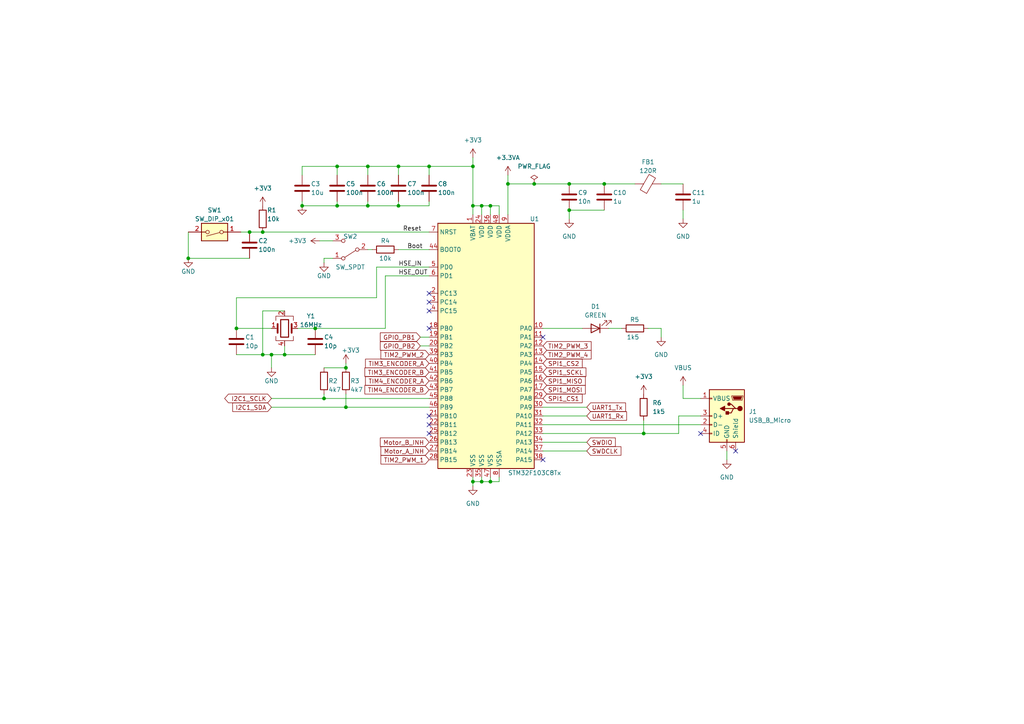
<source format=kicad_sch>
(kicad_sch (version 20211123) (generator eeschema)

  (uuid 1dc3b808-13f5-413e-982e-fd74f2208664)

  (paper "A4")

  (lib_symbols
    (symbol "Connector:USB_B_Micro" (pin_names (offset 1.016)) (in_bom yes) (on_board yes)
      (property "Reference" "J" (id 0) (at -5.08 11.43 0)
        (effects (font (size 1.27 1.27)) (justify left))
      )
      (property "Value" "USB_B_Micro" (id 1) (at -5.08 8.89 0)
        (effects (font (size 1.27 1.27)) (justify left))
      )
      (property "Footprint" "" (id 2) (at 3.81 -1.27 0)
        (effects (font (size 1.27 1.27)) hide)
      )
      (property "Datasheet" "~" (id 3) (at 3.81 -1.27 0)
        (effects (font (size 1.27 1.27)) hide)
      )
      (property "ki_keywords" "connector USB micro" (id 4) (at 0 0 0)
        (effects (font (size 1.27 1.27)) hide)
      )
      (property "ki_description" "USB Micro Type B connector" (id 5) (at 0 0 0)
        (effects (font (size 1.27 1.27)) hide)
      )
      (property "ki_fp_filters" "USB*" (id 6) (at 0 0 0)
        (effects (font (size 1.27 1.27)) hide)
      )
      (symbol "USB_B_Micro_0_1"
        (rectangle (start -5.08 -7.62) (end 5.08 7.62)
          (stroke (width 0.254) (type default) (color 0 0 0 0))
          (fill (type background))
        )
        (circle (center -3.81 2.159) (radius 0.635)
          (stroke (width 0.254) (type default) (color 0 0 0 0))
          (fill (type outline))
        )
        (circle (center -0.635 3.429) (radius 0.381)
          (stroke (width 0.254) (type default) (color 0 0 0 0))
          (fill (type outline))
        )
        (rectangle (start -0.127 -7.62) (end 0.127 -6.858)
          (stroke (width 0) (type default) (color 0 0 0 0))
          (fill (type none))
        )
        (polyline
          (pts
            (xy -1.905 2.159)
            (xy 0.635 2.159)
          )
          (stroke (width 0.254) (type default) (color 0 0 0 0))
          (fill (type none))
        )
        (polyline
          (pts
            (xy -3.175 2.159)
            (xy -2.54 2.159)
            (xy -1.27 3.429)
            (xy -0.635 3.429)
          )
          (stroke (width 0.254) (type default) (color 0 0 0 0))
          (fill (type none))
        )
        (polyline
          (pts
            (xy -2.54 2.159)
            (xy -1.905 2.159)
            (xy -1.27 0.889)
            (xy 0 0.889)
          )
          (stroke (width 0.254) (type default) (color 0 0 0 0))
          (fill (type none))
        )
        (polyline
          (pts
            (xy 0.635 2.794)
            (xy 0.635 1.524)
            (xy 1.905 2.159)
            (xy 0.635 2.794)
          )
          (stroke (width 0.254) (type default) (color 0 0 0 0))
          (fill (type outline))
        )
        (polyline
          (pts
            (xy -4.318 5.588)
            (xy -1.778 5.588)
            (xy -2.032 4.826)
            (xy -4.064 4.826)
            (xy -4.318 5.588)
          )
          (stroke (width 0) (type default) (color 0 0 0 0))
          (fill (type outline))
        )
        (polyline
          (pts
            (xy -4.699 5.842)
            (xy -4.699 5.588)
            (xy -4.445 4.826)
            (xy -4.445 4.572)
            (xy -1.651 4.572)
            (xy -1.651 4.826)
            (xy -1.397 5.588)
            (xy -1.397 5.842)
            (xy -4.699 5.842)
          )
          (stroke (width 0) (type default) (color 0 0 0 0))
          (fill (type none))
        )
        (rectangle (start 0.254 1.27) (end -0.508 0.508)
          (stroke (width 0.254) (type default) (color 0 0 0 0))
          (fill (type outline))
        )
        (rectangle (start 5.08 -5.207) (end 4.318 -4.953)
          (stroke (width 0) (type default) (color 0 0 0 0))
          (fill (type none))
        )
        (rectangle (start 5.08 -2.667) (end 4.318 -2.413)
          (stroke (width 0) (type default) (color 0 0 0 0))
          (fill (type none))
        )
        (rectangle (start 5.08 -0.127) (end 4.318 0.127)
          (stroke (width 0) (type default) (color 0 0 0 0))
          (fill (type none))
        )
        (rectangle (start 5.08 4.953) (end 4.318 5.207)
          (stroke (width 0) (type default) (color 0 0 0 0))
          (fill (type none))
        )
      )
      (symbol "USB_B_Micro_1_1"
        (pin power_out line (at 7.62 5.08 180) (length 2.54)
          (name "VBUS" (effects (font (size 1.27 1.27))))
          (number "1" (effects (font (size 1.27 1.27))))
        )
        (pin bidirectional line (at 7.62 -2.54 180) (length 2.54)
          (name "D-" (effects (font (size 1.27 1.27))))
          (number "2" (effects (font (size 1.27 1.27))))
        )
        (pin bidirectional line (at 7.62 0 180) (length 2.54)
          (name "D+" (effects (font (size 1.27 1.27))))
          (number "3" (effects (font (size 1.27 1.27))))
        )
        (pin passive line (at 7.62 -5.08 180) (length 2.54)
          (name "ID" (effects (font (size 1.27 1.27))))
          (number "4" (effects (font (size 1.27 1.27))))
        )
        (pin power_out line (at 0 -10.16 90) (length 2.54)
          (name "GND" (effects (font (size 1.27 1.27))))
          (number "5" (effects (font (size 1.27 1.27))))
        )
        (pin passive line (at -2.54 -10.16 90) (length 2.54)
          (name "Shield" (effects (font (size 1.27 1.27))))
          (number "6" (effects (font (size 1.27 1.27))))
        )
      )
    )
    (symbol "Device:C" (pin_numbers hide) (pin_names (offset 0.254)) (in_bom yes) (on_board yes)
      (property "Reference" "C" (id 0) (at 0.635 2.54 0)
        (effects (font (size 1.27 1.27)) (justify left))
      )
      (property "Value" "C" (id 1) (at 0.635 -2.54 0)
        (effects (font (size 1.27 1.27)) (justify left))
      )
      (property "Footprint" "" (id 2) (at 0.9652 -3.81 0)
        (effects (font (size 1.27 1.27)) hide)
      )
      (property "Datasheet" "~" (id 3) (at 0 0 0)
        (effects (font (size 1.27 1.27)) hide)
      )
      (property "ki_keywords" "cap capacitor" (id 4) (at 0 0 0)
        (effects (font (size 1.27 1.27)) hide)
      )
      (property "ki_description" "Unpolarized capacitor" (id 5) (at 0 0 0)
        (effects (font (size 1.27 1.27)) hide)
      )
      (property "ki_fp_filters" "C_*" (id 6) (at 0 0 0)
        (effects (font (size 1.27 1.27)) hide)
      )
      (symbol "C_0_1"
        (polyline
          (pts
            (xy -2.032 -0.762)
            (xy 2.032 -0.762)
          )
          (stroke (width 0.508) (type default) (color 0 0 0 0))
          (fill (type none))
        )
        (polyline
          (pts
            (xy -2.032 0.762)
            (xy 2.032 0.762)
          )
          (stroke (width 0.508) (type default) (color 0 0 0 0))
          (fill (type none))
        )
      )
      (symbol "C_1_1"
        (pin passive line (at 0 3.81 270) (length 2.794)
          (name "~" (effects (font (size 1.27 1.27))))
          (number "1" (effects (font (size 1.27 1.27))))
        )
        (pin passive line (at 0 -3.81 90) (length 2.794)
          (name "~" (effects (font (size 1.27 1.27))))
          (number "2" (effects (font (size 1.27 1.27))))
        )
      )
    )
    (symbol "Device:Crystal_GND24" (pin_names (offset 1.016) hide) (in_bom yes) (on_board yes)
      (property "Reference" "Y" (id 0) (at 3.175 5.08 0)
        (effects (font (size 1.27 1.27)) (justify left))
      )
      (property "Value" "Crystal_GND24" (id 1) (at 3.175 3.175 0)
        (effects (font (size 1.27 1.27)) (justify left))
      )
      (property "Footprint" "" (id 2) (at 0 0 0)
        (effects (font (size 1.27 1.27)) hide)
      )
      (property "Datasheet" "~" (id 3) (at 0 0 0)
        (effects (font (size 1.27 1.27)) hide)
      )
      (property "ki_keywords" "quartz ceramic resonator oscillator" (id 4) (at 0 0 0)
        (effects (font (size 1.27 1.27)) hide)
      )
      (property "ki_description" "Four pin crystal, GND on pins 2 and 4" (id 5) (at 0 0 0)
        (effects (font (size 1.27 1.27)) hide)
      )
      (property "ki_fp_filters" "Crystal*" (id 6) (at 0 0 0)
        (effects (font (size 1.27 1.27)) hide)
      )
      (symbol "Crystal_GND24_0_1"
        (rectangle (start -1.143 2.54) (end 1.143 -2.54)
          (stroke (width 0.3048) (type default) (color 0 0 0 0))
          (fill (type none))
        )
        (polyline
          (pts
            (xy -2.54 0)
            (xy -2.032 0)
          )
          (stroke (width 0) (type default) (color 0 0 0 0))
          (fill (type none))
        )
        (polyline
          (pts
            (xy -2.032 -1.27)
            (xy -2.032 1.27)
          )
          (stroke (width 0.508) (type default) (color 0 0 0 0))
          (fill (type none))
        )
        (polyline
          (pts
            (xy 0 -3.81)
            (xy 0 -3.556)
          )
          (stroke (width 0) (type default) (color 0 0 0 0))
          (fill (type none))
        )
        (polyline
          (pts
            (xy 0 3.556)
            (xy 0 3.81)
          )
          (stroke (width 0) (type default) (color 0 0 0 0))
          (fill (type none))
        )
        (polyline
          (pts
            (xy 2.032 -1.27)
            (xy 2.032 1.27)
          )
          (stroke (width 0.508) (type default) (color 0 0 0 0))
          (fill (type none))
        )
        (polyline
          (pts
            (xy 2.032 0)
            (xy 2.54 0)
          )
          (stroke (width 0) (type default) (color 0 0 0 0))
          (fill (type none))
        )
        (polyline
          (pts
            (xy -2.54 -2.286)
            (xy -2.54 -3.556)
            (xy 2.54 -3.556)
            (xy 2.54 -2.286)
          )
          (stroke (width 0) (type default) (color 0 0 0 0))
          (fill (type none))
        )
        (polyline
          (pts
            (xy -2.54 2.286)
            (xy -2.54 3.556)
            (xy 2.54 3.556)
            (xy 2.54 2.286)
          )
          (stroke (width 0) (type default) (color 0 0 0 0))
          (fill (type none))
        )
      )
      (symbol "Crystal_GND24_1_1"
        (pin passive line (at -3.81 0 0) (length 1.27)
          (name "1" (effects (font (size 1.27 1.27))))
          (number "1" (effects (font (size 1.27 1.27))))
        )
        (pin passive line (at 0 5.08 270) (length 1.27)
          (name "2" (effects (font (size 1.27 1.27))))
          (number "2" (effects (font (size 1.27 1.27))))
        )
        (pin passive line (at 3.81 0 180) (length 1.27)
          (name "3" (effects (font (size 1.27 1.27))))
          (number "3" (effects (font (size 1.27 1.27))))
        )
        (pin passive line (at 0 -5.08 90) (length 1.27)
          (name "4" (effects (font (size 1.27 1.27))))
          (number "4" (effects (font (size 1.27 1.27))))
        )
      )
    )
    (symbol "Device:FerriteBead" (pin_numbers hide) (pin_names (offset 0)) (in_bom yes) (on_board yes)
      (property "Reference" "FB" (id 0) (at -3.81 0.635 90)
        (effects (font (size 1.27 1.27)))
      )
      (property "Value" "FerriteBead" (id 1) (at 3.81 0 90)
        (effects (font (size 1.27 1.27)))
      )
      (property "Footprint" "" (id 2) (at -1.778 0 90)
        (effects (font (size 1.27 1.27)) hide)
      )
      (property "Datasheet" "~" (id 3) (at 0 0 0)
        (effects (font (size 1.27 1.27)) hide)
      )
      (property "ki_keywords" "L ferrite bead inductor filter" (id 4) (at 0 0 0)
        (effects (font (size 1.27 1.27)) hide)
      )
      (property "ki_description" "Ferrite bead" (id 5) (at 0 0 0)
        (effects (font (size 1.27 1.27)) hide)
      )
      (property "ki_fp_filters" "Inductor_* L_* *Ferrite*" (id 6) (at 0 0 0)
        (effects (font (size 1.27 1.27)) hide)
      )
      (symbol "FerriteBead_0_1"
        (polyline
          (pts
            (xy 0 -1.27)
            (xy 0 -1.2192)
          )
          (stroke (width 0) (type default) (color 0 0 0 0))
          (fill (type none))
        )
        (polyline
          (pts
            (xy 0 1.27)
            (xy 0 1.2954)
          )
          (stroke (width 0) (type default) (color 0 0 0 0))
          (fill (type none))
        )
        (polyline
          (pts
            (xy -2.7686 0.4064)
            (xy -1.7018 2.2606)
            (xy 2.7686 -0.3048)
            (xy 1.6764 -2.159)
            (xy -2.7686 0.4064)
          )
          (stroke (width 0) (type default) (color 0 0 0 0))
          (fill (type none))
        )
      )
      (symbol "FerriteBead_1_1"
        (pin passive line (at 0 3.81 270) (length 2.54)
          (name "~" (effects (font (size 1.27 1.27))))
          (number "1" (effects (font (size 1.27 1.27))))
        )
        (pin passive line (at 0 -3.81 90) (length 2.54)
          (name "~" (effects (font (size 1.27 1.27))))
          (number "2" (effects (font (size 1.27 1.27))))
        )
      )
    )
    (symbol "Device:LED" (pin_numbers hide) (pin_names (offset 1.016) hide) (in_bom yes) (on_board yes)
      (property "Reference" "D" (id 0) (at 0 2.54 0)
        (effects (font (size 1.27 1.27)))
      )
      (property "Value" "LED" (id 1) (at 0 -2.54 0)
        (effects (font (size 1.27 1.27)))
      )
      (property "Footprint" "" (id 2) (at 0 0 0)
        (effects (font (size 1.27 1.27)) hide)
      )
      (property "Datasheet" "~" (id 3) (at 0 0 0)
        (effects (font (size 1.27 1.27)) hide)
      )
      (property "ki_keywords" "LED diode" (id 4) (at 0 0 0)
        (effects (font (size 1.27 1.27)) hide)
      )
      (property "ki_description" "Light emitting diode" (id 5) (at 0 0 0)
        (effects (font (size 1.27 1.27)) hide)
      )
      (property "ki_fp_filters" "LED* LED_SMD:* LED_THT:*" (id 6) (at 0 0 0)
        (effects (font (size 1.27 1.27)) hide)
      )
      (symbol "LED_0_1"
        (polyline
          (pts
            (xy -1.27 -1.27)
            (xy -1.27 1.27)
          )
          (stroke (width 0.254) (type default) (color 0 0 0 0))
          (fill (type none))
        )
        (polyline
          (pts
            (xy -1.27 0)
            (xy 1.27 0)
          )
          (stroke (width 0) (type default) (color 0 0 0 0))
          (fill (type none))
        )
        (polyline
          (pts
            (xy 1.27 -1.27)
            (xy 1.27 1.27)
            (xy -1.27 0)
            (xy 1.27 -1.27)
          )
          (stroke (width 0.254) (type default) (color 0 0 0 0))
          (fill (type none))
        )
        (polyline
          (pts
            (xy -3.048 -0.762)
            (xy -4.572 -2.286)
            (xy -3.81 -2.286)
            (xy -4.572 -2.286)
            (xy -4.572 -1.524)
          )
          (stroke (width 0) (type default) (color 0 0 0 0))
          (fill (type none))
        )
        (polyline
          (pts
            (xy -1.778 -0.762)
            (xy -3.302 -2.286)
            (xy -2.54 -2.286)
            (xy -3.302 -2.286)
            (xy -3.302 -1.524)
          )
          (stroke (width 0) (type default) (color 0 0 0 0))
          (fill (type none))
        )
      )
      (symbol "LED_1_1"
        (pin passive line (at -3.81 0 0) (length 2.54)
          (name "K" (effects (font (size 1.27 1.27))))
          (number "1" (effects (font (size 1.27 1.27))))
        )
        (pin passive line (at 3.81 0 180) (length 2.54)
          (name "A" (effects (font (size 1.27 1.27))))
          (number "2" (effects (font (size 1.27 1.27))))
        )
      )
    )
    (symbol "Device:R" (pin_numbers hide) (pin_names (offset 0)) (in_bom yes) (on_board yes)
      (property "Reference" "R" (id 0) (at 2.032 0 90)
        (effects (font (size 1.27 1.27)))
      )
      (property "Value" "R" (id 1) (at 0 0 90)
        (effects (font (size 1.27 1.27)))
      )
      (property "Footprint" "" (id 2) (at -1.778 0 90)
        (effects (font (size 1.27 1.27)) hide)
      )
      (property "Datasheet" "~" (id 3) (at 0 0 0)
        (effects (font (size 1.27 1.27)) hide)
      )
      (property "ki_keywords" "R res resistor" (id 4) (at 0 0 0)
        (effects (font (size 1.27 1.27)) hide)
      )
      (property "ki_description" "Resistor" (id 5) (at 0 0 0)
        (effects (font (size 1.27 1.27)) hide)
      )
      (property "ki_fp_filters" "R_*" (id 6) (at 0 0 0)
        (effects (font (size 1.27 1.27)) hide)
      )
      (symbol "R_0_1"
        (rectangle (start -1.016 -2.54) (end 1.016 2.54)
          (stroke (width 0.254) (type default) (color 0 0 0 0))
          (fill (type none))
        )
      )
      (symbol "R_1_1"
        (pin passive line (at 0 3.81 270) (length 1.27)
          (name "~" (effects (font (size 1.27 1.27))))
          (number "1" (effects (font (size 1.27 1.27))))
        )
        (pin passive line (at 0 -3.81 90) (length 1.27)
          (name "~" (effects (font (size 1.27 1.27))))
          (number "2" (effects (font (size 1.27 1.27))))
        )
      )
    )
    (symbol "MCU_ST_STM32F1:STM32F103C8Tx" (in_bom yes) (on_board yes)
      (property "Reference" "U" (id 0) (at -15.24 36.83 0)
        (effects (font (size 1.27 1.27)) (justify left))
      )
      (property "Value" "STM32F103C8Tx" (id 1) (at 7.62 36.83 0)
        (effects (font (size 1.27 1.27)) (justify left))
      )
      (property "Footprint" "Package_QFP:LQFP-48_7x7mm_P0.5mm" (id 2) (at -15.24 -35.56 0)
        (effects (font (size 1.27 1.27)) (justify right) hide)
      )
      (property "Datasheet" "http://www.st.com/st-web-ui/static/active/en/resource/technical/document/datasheet/CD00161566.pdf" (id 3) (at 0 0 0)
        (effects (font (size 1.27 1.27)) hide)
      )
      (property "ki_keywords" "ARM Cortex-M3 STM32F1 STM32F103" (id 4) (at 0 0 0)
        (effects (font (size 1.27 1.27)) hide)
      )
      (property "ki_description" "ARM Cortex-M3 MCU, 64KB flash, 20KB RAM, 72MHz, 2-3.6V, 37 GPIO, LQFP-48" (id 5) (at 0 0 0)
        (effects (font (size 1.27 1.27)) hide)
      )
      (property "ki_fp_filters" "LQFP*7x7mm*P0.5mm*" (id 6) (at 0 0 0)
        (effects (font (size 1.27 1.27)) hide)
      )
      (symbol "STM32F103C8Tx_0_1"
        (rectangle (start -15.24 -35.56) (end 12.7 35.56)
          (stroke (width 0.254) (type default) (color 0 0 0 0))
          (fill (type background))
        )
      )
      (symbol "STM32F103C8Tx_1_1"
        (pin power_in line (at -5.08 38.1 270) (length 2.54)
          (name "VBAT" (effects (font (size 1.27 1.27))))
          (number "1" (effects (font (size 1.27 1.27))))
        )
        (pin bidirectional line (at 15.24 5.08 180) (length 2.54)
          (name "PA0" (effects (font (size 1.27 1.27))))
          (number "10" (effects (font (size 1.27 1.27))))
        )
        (pin bidirectional line (at 15.24 2.54 180) (length 2.54)
          (name "PA1" (effects (font (size 1.27 1.27))))
          (number "11" (effects (font (size 1.27 1.27))))
        )
        (pin bidirectional line (at 15.24 0 180) (length 2.54)
          (name "PA2" (effects (font (size 1.27 1.27))))
          (number "12" (effects (font (size 1.27 1.27))))
        )
        (pin bidirectional line (at 15.24 -2.54 180) (length 2.54)
          (name "PA3" (effects (font (size 1.27 1.27))))
          (number "13" (effects (font (size 1.27 1.27))))
        )
        (pin bidirectional line (at 15.24 -5.08 180) (length 2.54)
          (name "PA4" (effects (font (size 1.27 1.27))))
          (number "14" (effects (font (size 1.27 1.27))))
        )
        (pin bidirectional line (at 15.24 -7.62 180) (length 2.54)
          (name "PA5" (effects (font (size 1.27 1.27))))
          (number "15" (effects (font (size 1.27 1.27))))
        )
        (pin bidirectional line (at 15.24 -10.16 180) (length 2.54)
          (name "PA6" (effects (font (size 1.27 1.27))))
          (number "16" (effects (font (size 1.27 1.27))))
        )
        (pin bidirectional line (at 15.24 -12.7 180) (length 2.54)
          (name "PA7" (effects (font (size 1.27 1.27))))
          (number "17" (effects (font (size 1.27 1.27))))
        )
        (pin bidirectional line (at -17.78 5.08 0) (length 2.54)
          (name "PB0" (effects (font (size 1.27 1.27))))
          (number "18" (effects (font (size 1.27 1.27))))
        )
        (pin bidirectional line (at -17.78 2.54 0) (length 2.54)
          (name "PB1" (effects (font (size 1.27 1.27))))
          (number "19" (effects (font (size 1.27 1.27))))
        )
        (pin bidirectional line (at -17.78 15.24 0) (length 2.54)
          (name "PC13" (effects (font (size 1.27 1.27))))
          (number "2" (effects (font (size 1.27 1.27))))
        )
        (pin bidirectional line (at -17.78 0 0) (length 2.54)
          (name "PB2" (effects (font (size 1.27 1.27))))
          (number "20" (effects (font (size 1.27 1.27))))
        )
        (pin bidirectional line (at -17.78 -20.32 0) (length 2.54)
          (name "PB10" (effects (font (size 1.27 1.27))))
          (number "21" (effects (font (size 1.27 1.27))))
        )
        (pin bidirectional line (at -17.78 -22.86 0) (length 2.54)
          (name "PB11" (effects (font (size 1.27 1.27))))
          (number "22" (effects (font (size 1.27 1.27))))
        )
        (pin power_in line (at -5.08 -38.1 90) (length 2.54)
          (name "VSS" (effects (font (size 1.27 1.27))))
          (number "23" (effects (font (size 1.27 1.27))))
        )
        (pin power_in line (at -2.54 38.1 270) (length 2.54)
          (name "VDD" (effects (font (size 1.27 1.27))))
          (number "24" (effects (font (size 1.27 1.27))))
        )
        (pin bidirectional line (at -17.78 -25.4 0) (length 2.54)
          (name "PB12" (effects (font (size 1.27 1.27))))
          (number "25" (effects (font (size 1.27 1.27))))
        )
        (pin bidirectional line (at -17.78 -27.94 0) (length 2.54)
          (name "PB13" (effects (font (size 1.27 1.27))))
          (number "26" (effects (font (size 1.27 1.27))))
        )
        (pin bidirectional line (at -17.78 -30.48 0) (length 2.54)
          (name "PB14" (effects (font (size 1.27 1.27))))
          (number "27" (effects (font (size 1.27 1.27))))
        )
        (pin bidirectional line (at -17.78 -33.02 0) (length 2.54)
          (name "PB15" (effects (font (size 1.27 1.27))))
          (number "28" (effects (font (size 1.27 1.27))))
        )
        (pin bidirectional line (at 15.24 -15.24 180) (length 2.54)
          (name "PA8" (effects (font (size 1.27 1.27))))
          (number "29" (effects (font (size 1.27 1.27))))
        )
        (pin bidirectional line (at -17.78 12.7 0) (length 2.54)
          (name "PC14" (effects (font (size 1.27 1.27))))
          (number "3" (effects (font (size 1.27 1.27))))
        )
        (pin bidirectional line (at 15.24 -17.78 180) (length 2.54)
          (name "PA9" (effects (font (size 1.27 1.27))))
          (number "30" (effects (font (size 1.27 1.27))))
        )
        (pin bidirectional line (at 15.24 -20.32 180) (length 2.54)
          (name "PA10" (effects (font (size 1.27 1.27))))
          (number "31" (effects (font (size 1.27 1.27))))
        )
        (pin bidirectional line (at 15.24 -22.86 180) (length 2.54)
          (name "PA11" (effects (font (size 1.27 1.27))))
          (number "32" (effects (font (size 1.27 1.27))))
        )
        (pin bidirectional line (at 15.24 -25.4 180) (length 2.54)
          (name "PA12" (effects (font (size 1.27 1.27))))
          (number "33" (effects (font (size 1.27 1.27))))
        )
        (pin bidirectional line (at 15.24 -27.94 180) (length 2.54)
          (name "PA13" (effects (font (size 1.27 1.27))))
          (number "34" (effects (font (size 1.27 1.27))))
        )
        (pin power_in line (at -2.54 -38.1 90) (length 2.54)
          (name "VSS" (effects (font (size 1.27 1.27))))
          (number "35" (effects (font (size 1.27 1.27))))
        )
        (pin power_in line (at 0 38.1 270) (length 2.54)
          (name "VDD" (effects (font (size 1.27 1.27))))
          (number "36" (effects (font (size 1.27 1.27))))
        )
        (pin bidirectional line (at 15.24 -30.48 180) (length 2.54)
          (name "PA14" (effects (font (size 1.27 1.27))))
          (number "37" (effects (font (size 1.27 1.27))))
        )
        (pin bidirectional line (at 15.24 -33.02 180) (length 2.54)
          (name "PA15" (effects (font (size 1.27 1.27))))
          (number "38" (effects (font (size 1.27 1.27))))
        )
        (pin bidirectional line (at -17.78 -2.54 0) (length 2.54)
          (name "PB3" (effects (font (size 1.27 1.27))))
          (number "39" (effects (font (size 1.27 1.27))))
        )
        (pin bidirectional line (at -17.78 10.16 0) (length 2.54)
          (name "PC15" (effects (font (size 1.27 1.27))))
          (number "4" (effects (font (size 1.27 1.27))))
        )
        (pin bidirectional line (at -17.78 -5.08 0) (length 2.54)
          (name "PB4" (effects (font (size 1.27 1.27))))
          (number "40" (effects (font (size 1.27 1.27))))
        )
        (pin bidirectional line (at -17.78 -7.62 0) (length 2.54)
          (name "PB5" (effects (font (size 1.27 1.27))))
          (number "41" (effects (font (size 1.27 1.27))))
        )
        (pin bidirectional line (at -17.78 -10.16 0) (length 2.54)
          (name "PB6" (effects (font (size 1.27 1.27))))
          (number "42" (effects (font (size 1.27 1.27))))
        )
        (pin bidirectional line (at -17.78 -12.7 0) (length 2.54)
          (name "PB7" (effects (font (size 1.27 1.27))))
          (number "43" (effects (font (size 1.27 1.27))))
        )
        (pin input line (at -17.78 27.94 0) (length 2.54)
          (name "BOOT0" (effects (font (size 1.27 1.27))))
          (number "44" (effects (font (size 1.27 1.27))))
        )
        (pin bidirectional line (at -17.78 -15.24 0) (length 2.54)
          (name "PB8" (effects (font (size 1.27 1.27))))
          (number "45" (effects (font (size 1.27 1.27))))
        )
        (pin bidirectional line (at -17.78 -17.78 0) (length 2.54)
          (name "PB9" (effects (font (size 1.27 1.27))))
          (number "46" (effects (font (size 1.27 1.27))))
        )
        (pin power_in line (at 0 -38.1 90) (length 2.54)
          (name "VSS" (effects (font (size 1.27 1.27))))
          (number "47" (effects (font (size 1.27 1.27))))
        )
        (pin power_in line (at 2.54 38.1 270) (length 2.54)
          (name "VDD" (effects (font (size 1.27 1.27))))
          (number "48" (effects (font (size 1.27 1.27))))
        )
        (pin input line (at -17.78 22.86 0) (length 2.54)
          (name "PD0" (effects (font (size 1.27 1.27))))
          (number "5" (effects (font (size 1.27 1.27))))
        )
        (pin input line (at -17.78 20.32 0) (length 2.54)
          (name "PD1" (effects (font (size 1.27 1.27))))
          (number "6" (effects (font (size 1.27 1.27))))
        )
        (pin input line (at -17.78 33.02 0) (length 2.54)
          (name "NRST" (effects (font (size 1.27 1.27))))
          (number "7" (effects (font (size 1.27 1.27))))
        )
        (pin power_in line (at 2.54 -38.1 90) (length 2.54)
          (name "VSSA" (effects (font (size 1.27 1.27))))
          (number "8" (effects (font (size 1.27 1.27))))
        )
        (pin power_in line (at 5.08 38.1 270) (length 2.54)
          (name "VDDA" (effects (font (size 1.27 1.27))))
          (number "9" (effects (font (size 1.27 1.27))))
        )
      )
    )
    (symbol "Switch:SW_DIP_x01" (pin_names (offset 0) hide) (in_bom yes) (on_board yes)
      (property "Reference" "SW" (id 0) (at 0 3.81 0)
        (effects (font (size 1.27 1.27)))
      )
      (property "Value" "SW_DIP_x01" (id 1) (at 0 -3.81 0)
        (effects (font (size 1.27 1.27)))
      )
      (property "Footprint" "" (id 2) (at 0 0 0)
        (effects (font (size 1.27 1.27)) hide)
      )
      (property "Datasheet" "~" (id 3) (at 0 0 0)
        (effects (font (size 1.27 1.27)) hide)
      )
      (property "ki_keywords" "dip switch" (id 4) (at 0 0 0)
        (effects (font (size 1.27 1.27)) hide)
      )
      (property "ki_description" "1x DIP Switch, Single Pole Single Throw (SPST) switch, small symbol" (id 5) (at 0 0 0)
        (effects (font (size 1.27 1.27)) hide)
      )
      (property "ki_fp_filters" "SW?DIP?x1*" (id 6) (at 0 0 0)
        (effects (font (size 1.27 1.27)) hide)
      )
      (symbol "SW_DIP_x01_0_0"
        (circle (center -2.032 0) (radius 0.508)
          (stroke (width 0) (type default) (color 0 0 0 0))
          (fill (type none))
        )
        (polyline
          (pts
            (xy -1.524 0.127)
            (xy 2.3622 1.1684)
          )
          (stroke (width 0) (type default) (color 0 0 0 0))
          (fill (type none))
        )
        (circle (center 2.032 0) (radius 0.508)
          (stroke (width 0) (type default) (color 0 0 0 0))
          (fill (type none))
        )
      )
      (symbol "SW_DIP_x01_0_1"
        (rectangle (start -3.81 2.54) (end 3.81 -2.54)
          (stroke (width 0.254) (type default) (color 0 0 0 0))
          (fill (type background))
        )
      )
      (symbol "SW_DIP_x01_1_1"
        (pin passive line (at -7.62 0 0) (length 5.08)
          (name "~" (effects (font (size 1.27 1.27))))
          (number "1" (effects (font (size 1.27 1.27))))
        )
        (pin passive line (at 7.62 0 180) (length 5.08)
          (name "~" (effects (font (size 1.27 1.27))))
          (number "2" (effects (font (size 1.27 1.27))))
        )
      )
    )
    (symbol "Switch:SW_SPDT" (pin_names (offset 0) hide) (in_bom yes) (on_board yes)
      (property "Reference" "SW" (id 0) (at 0 4.318 0)
        (effects (font (size 1.27 1.27)))
      )
      (property "Value" "SW_SPDT" (id 1) (at 0 -5.08 0)
        (effects (font (size 1.27 1.27)))
      )
      (property "Footprint" "" (id 2) (at 0 0 0)
        (effects (font (size 1.27 1.27)) hide)
      )
      (property "Datasheet" "~" (id 3) (at 0 0 0)
        (effects (font (size 1.27 1.27)) hide)
      )
      (property "ki_keywords" "switch single-pole double-throw spdt ON-ON" (id 4) (at 0 0 0)
        (effects (font (size 1.27 1.27)) hide)
      )
      (property "ki_description" "Switch, single pole double throw" (id 5) (at 0 0 0)
        (effects (font (size 1.27 1.27)) hide)
      )
      (symbol "SW_SPDT_0_0"
        (circle (center -2.032 0) (radius 0.508)
          (stroke (width 0) (type default) (color 0 0 0 0))
          (fill (type none))
        )
        (circle (center 2.032 -2.54) (radius 0.508)
          (stroke (width 0) (type default) (color 0 0 0 0))
          (fill (type none))
        )
      )
      (symbol "SW_SPDT_0_1"
        (polyline
          (pts
            (xy -1.524 0.254)
            (xy 1.651 2.286)
          )
          (stroke (width 0) (type default) (color 0 0 0 0))
          (fill (type none))
        )
        (circle (center 2.032 2.54) (radius 0.508)
          (stroke (width 0) (type default) (color 0 0 0 0))
          (fill (type none))
        )
      )
      (symbol "SW_SPDT_1_1"
        (pin passive line (at 5.08 2.54 180) (length 2.54)
          (name "A" (effects (font (size 1.27 1.27))))
          (number "1" (effects (font (size 1.27 1.27))))
        )
        (pin passive line (at -5.08 0 0) (length 2.54)
          (name "B" (effects (font (size 1.27 1.27))))
          (number "2" (effects (font (size 1.27 1.27))))
        )
        (pin passive line (at 5.08 -2.54 180) (length 2.54)
          (name "C" (effects (font (size 1.27 1.27))))
          (number "3" (effects (font (size 1.27 1.27))))
        )
      )
    )
    (symbol "power:+3.3V" (power) (pin_names (offset 0)) (in_bom yes) (on_board yes)
      (property "Reference" "#PWR" (id 0) (at 0 -3.81 0)
        (effects (font (size 1.27 1.27)) hide)
      )
      (property "Value" "+3.3V" (id 1) (at 0 3.556 0)
        (effects (font (size 1.27 1.27)))
      )
      (property "Footprint" "" (id 2) (at 0 0 0)
        (effects (font (size 1.27 1.27)) hide)
      )
      (property "Datasheet" "" (id 3) (at 0 0 0)
        (effects (font (size 1.27 1.27)) hide)
      )
      (property "ki_keywords" "power-flag" (id 4) (at 0 0 0)
        (effects (font (size 1.27 1.27)) hide)
      )
      (property "ki_description" "Power symbol creates a global label with name \"+3.3V\"" (id 5) (at 0 0 0)
        (effects (font (size 1.27 1.27)) hide)
      )
      (symbol "+3.3V_0_1"
        (polyline
          (pts
            (xy -0.762 1.27)
            (xy 0 2.54)
          )
          (stroke (width 0) (type default) (color 0 0 0 0))
          (fill (type none))
        )
        (polyline
          (pts
            (xy 0 0)
            (xy 0 2.54)
          )
          (stroke (width 0) (type default) (color 0 0 0 0))
          (fill (type none))
        )
        (polyline
          (pts
            (xy 0 2.54)
            (xy 0.762 1.27)
          )
          (stroke (width 0) (type default) (color 0 0 0 0))
          (fill (type none))
        )
      )
      (symbol "+3.3V_1_1"
        (pin power_in line (at 0 0 90) (length 0) hide
          (name "+3V3" (effects (font (size 1.27 1.27))))
          (number "1" (effects (font (size 1.27 1.27))))
        )
      )
    )
    (symbol "power:+3.3VA" (power) (pin_names (offset 0)) (in_bom yes) (on_board yes)
      (property "Reference" "#PWR" (id 0) (at 0 -3.81 0)
        (effects (font (size 1.27 1.27)) hide)
      )
      (property "Value" "+3.3VA" (id 1) (at 0 3.556 0)
        (effects (font (size 1.27 1.27)))
      )
      (property "Footprint" "" (id 2) (at 0 0 0)
        (effects (font (size 1.27 1.27)) hide)
      )
      (property "Datasheet" "" (id 3) (at 0 0 0)
        (effects (font (size 1.27 1.27)) hide)
      )
      (property "ki_keywords" "power-flag" (id 4) (at 0 0 0)
        (effects (font (size 1.27 1.27)) hide)
      )
      (property "ki_description" "Power symbol creates a global label with name \"+3.3VA\"" (id 5) (at 0 0 0)
        (effects (font (size 1.27 1.27)) hide)
      )
      (symbol "+3.3VA_0_1"
        (polyline
          (pts
            (xy -0.762 1.27)
            (xy 0 2.54)
          )
          (stroke (width 0) (type default) (color 0 0 0 0))
          (fill (type none))
        )
        (polyline
          (pts
            (xy 0 0)
            (xy 0 2.54)
          )
          (stroke (width 0) (type default) (color 0 0 0 0))
          (fill (type none))
        )
        (polyline
          (pts
            (xy 0 2.54)
            (xy 0.762 1.27)
          )
          (stroke (width 0) (type default) (color 0 0 0 0))
          (fill (type none))
        )
      )
      (symbol "+3.3VA_1_1"
        (pin power_in line (at 0 0 90) (length 0) hide
          (name "+3.3VA" (effects (font (size 1.27 1.27))))
          (number "1" (effects (font (size 1.27 1.27))))
        )
      )
    )
    (symbol "power:GND" (power) (pin_names (offset 0)) (in_bom yes) (on_board yes)
      (property "Reference" "#PWR" (id 0) (at 0 -6.35 0)
        (effects (font (size 1.27 1.27)) hide)
      )
      (property "Value" "GND" (id 1) (at 0 -3.81 0)
        (effects (font (size 1.27 1.27)))
      )
      (property "Footprint" "" (id 2) (at 0 0 0)
        (effects (font (size 1.27 1.27)) hide)
      )
      (property "Datasheet" "" (id 3) (at 0 0 0)
        (effects (font (size 1.27 1.27)) hide)
      )
      (property "ki_keywords" "power-flag" (id 4) (at 0 0 0)
        (effects (font (size 1.27 1.27)) hide)
      )
      (property "ki_description" "Power symbol creates a global label with name \"GND\" , ground" (id 5) (at 0 0 0)
        (effects (font (size 1.27 1.27)) hide)
      )
      (symbol "GND_0_1"
        (polyline
          (pts
            (xy 0 0)
            (xy 0 -1.27)
            (xy 1.27 -1.27)
            (xy 0 -2.54)
            (xy -1.27 -1.27)
            (xy 0 -1.27)
          )
          (stroke (width 0) (type default) (color 0 0 0 0))
          (fill (type none))
        )
      )
      (symbol "GND_1_1"
        (pin power_in line (at 0 0 270) (length 0) hide
          (name "GND" (effects (font (size 1.27 1.27))))
          (number "1" (effects (font (size 1.27 1.27))))
        )
      )
    )
    (symbol "power:PWR_FLAG" (power) (pin_numbers hide) (pin_names (offset 0) hide) (in_bom yes) (on_board yes)
      (property "Reference" "#FLG" (id 0) (at 0 1.905 0)
        (effects (font (size 1.27 1.27)) hide)
      )
      (property "Value" "PWR_FLAG" (id 1) (at 0 3.81 0)
        (effects (font (size 1.27 1.27)))
      )
      (property "Footprint" "" (id 2) (at 0 0 0)
        (effects (font (size 1.27 1.27)) hide)
      )
      (property "Datasheet" "~" (id 3) (at 0 0 0)
        (effects (font (size 1.27 1.27)) hide)
      )
      (property "ki_keywords" "power-flag" (id 4) (at 0 0 0)
        (effects (font (size 1.27 1.27)) hide)
      )
      (property "ki_description" "Special symbol for telling ERC where power comes from" (id 5) (at 0 0 0)
        (effects (font (size 1.27 1.27)) hide)
      )
      (symbol "PWR_FLAG_0_0"
        (pin power_out line (at 0 0 90) (length 0)
          (name "pwr" (effects (font (size 1.27 1.27))))
          (number "1" (effects (font (size 1.27 1.27))))
        )
      )
      (symbol "PWR_FLAG_0_1"
        (polyline
          (pts
            (xy 0 0)
            (xy 0 1.27)
            (xy -1.016 1.905)
            (xy 0 2.54)
            (xy 1.016 1.905)
            (xy 0 1.27)
          )
          (stroke (width 0) (type default) (color 0 0 0 0))
          (fill (type none))
        )
      )
    )
    (symbol "power:VBUS" (power) (pin_names (offset 0)) (in_bom yes) (on_board yes)
      (property "Reference" "#PWR" (id 0) (at 0 -3.81 0)
        (effects (font (size 1.27 1.27)) hide)
      )
      (property "Value" "VBUS" (id 1) (at 0 3.81 0)
        (effects (font (size 1.27 1.27)))
      )
      (property "Footprint" "" (id 2) (at 0 0 0)
        (effects (font (size 1.27 1.27)) hide)
      )
      (property "Datasheet" "" (id 3) (at 0 0 0)
        (effects (font (size 1.27 1.27)) hide)
      )
      (property "ki_keywords" "power-flag" (id 4) (at 0 0 0)
        (effects (font (size 1.27 1.27)) hide)
      )
      (property "ki_description" "Power symbol creates a global label with name \"VBUS\"" (id 5) (at 0 0 0)
        (effects (font (size 1.27 1.27)) hide)
      )
      (symbol "VBUS_0_1"
        (polyline
          (pts
            (xy -0.762 1.27)
            (xy 0 2.54)
          )
          (stroke (width 0) (type default) (color 0 0 0 0))
          (fill (type none))
        )
        (polyline
          (pts
            (xy 0 0)
            (xy 0 2.54)
          )
          (stroke (width 0) (type default) (color 0 0 0 0))
          (fill (type none))
        )
        (polyline
          (pts
            (xy 0 2.54)
            (xy 0.762 1.27)
          )
          (stroke (width 0) (type default) (color 0 0 0 0))
          (fill (type none))
        )
      )
      (symbol "VBUS_1_1"
        (pin power_in line (at 0 0 90) (length 0) hide
          (name "VBUS" (effects (font (size 1.27 1.27))))
          (number "1" (effects (font (size 1.27 1.27))))
        )
      )
    )
  )


  (junction (at 142.24 139.7) (diameter 0) (color 0 0 0 0)
    (uuid 05ecb7ae-7824-437e-af24-cba7a4e1cc5a)
  )
  (junction (at 175.26 53.34) (diameter 0) (color 0 0 0 0)
    (uuid 0a7e83c9-f938-445c-b51f-88bcd61f6b23)
  )
  (junction (at 76.2 67.31) (diameter 0) (color 0 0 0 0)
    (uuid 181338c6-254f-4a15-8b32-29242cc23c18)
  )
  (junction (at 54.61 74.93) (diameter 0) (color 0 0 0 0)
    (uuid 1eb9fcdd-2ab8-47a0-9ce9-05c9c5485e0d)
  )
  (junction (at 72.39 67.31) (diameter 0) (color 0 0 0 0)
    (uuid 282bf8b8-2c0e-4c0f-8792-b18fbfdd0d6a)
  )
  (junction (at 68.58 95.25) (diameter 0) (color 0 0 0 0)
    (uuid 2fe9013a-e7ef-4844-b8da-fbc8a735e38a)
  )
  (junction (at 87.63 59.69) (diameter 0) (color 0 0 0 0)
    (uuid 32724861-8302-4d0d-9aba-30996aa65e2c)
  )
  (junction (at 137.16 59.69) (diameter 0) (color 0 0 0 0)
    (uuid 3f8adf54-3826-4b3b-9b7c-b7e31dd15219)
  )
  (junction (at 154.94 53.34) (diameter 0) (color 0 0 0 0)
    (uuid 4af2922e-1c27-4aaf-9872-3478f4953a14)
  )
  (junction (at 142.24 59.69) (diameter 0) (color 0 0 0 0)
    (uuid 640bd502-d895-424c-8932-8ffe795a3c95)
  )
  (junction (at 97.79 59.69) (diameter 0) (color 0 0 0 0)
    (uuid 65d199a4-3f39-4027-92d8-8b96a11565c3)
  )
  (junction (at 139.7 139.7) (diameter 0) (color 0 0 0 0)
    (uuid 746f5e6e-6acb-463d-b184-e5a2a1ed1659)
  )
  (junction (at 124.46 48.26) (diameter 0) (color 0 0 0 0)
    (uuid 7f454a9a-ab46-4d3c-8ed2-b47727928f42)
  )
  (junction (at 100.33 106.68) (diameter 0) (color 0 0 0 0)
    (uuid 888a300f-8ffd-4d54-911c-923eedf1fc0d)
  )
  (junction (at 137.16 48.26) (diameter 0) (color 0 0 0 0)
    (uuid 8e182891-7964-4287-9be1-d9b3536945b6)
  )
  (junction (at 147.32 53.34) (diameter 0) (color 0 0 0 0)
    (uuid 951663a8-d2be-4082-b16d-262d30ca36b4)
  )
  (junction (at 186.69 125.73) (diameter 0) (color 0 0 0 0)
    (uuid 9b731d0e-ec1d-4dca-8b8a-111fc522f8cc)
  )
  (junction (at 165.1 60.96) (diameter 0) (color 0 0 0 0)
    (uuid 9c594039-c824-4430-bd1b-d211b764605c)
  )
  (junction (at 115.57 48.26) (diameter 0) (color 0 0 0 0)
    (uuid a719135d-22ce-432c-bc42-9544d1435b2c)
  )
  (junction (at 165.1 53.34) (diameter 0) (color 0 0 0 0)
    (uuid a9c2d304-0190-42aa-b5f8-e53feb2e879d)
  )
  (junction (at 82.55 102.87) (diameter 0) (color 0 0 0 0)
    (uuid a9fdd65c-450d-4083-a091-fbab7c633617)
  )
  (junction (at 115.57 59.69) (diameter 0) (color 0 0 0 0)
    (uuid b7f7d5cc-8b5c-407b-b4fc-9240760378c8)
  )
  (junction (at 137.16 139.7) (diameter 0) (color 0 0 0 0)
    (uuid c728358f-02b3-42fd-a7f0-73b151129359)
  )
  (junction (at 93.98 115.57) (diameter 0) (color 0 0 0 0)
    (uuid d193322d-d42c-47d7-bf26-c2b6e280f0b0)
  )
  (junction (at 78.74 102.87) (diameter 0) (color 0 0 0 0)
    (uuid d2451df6-fbe4-4866-b052-a3406ab5bd59)
  )
  (junction (at 139.7 59.69) (diameter 0) (color 0 0 0 0)
    (uuid deb66a14-3ad0-4de5-93d3-b87700425ebb)
  )
  (junction (at 76.2 102.87) (diameter 0) (color 0 0 0 0)
    (uuid e1318d7e-d185-4ed2-aca5-df55ab8b2b2f)
  )
  (junction (at 91.44 95.25) (diameter 0) (color 0 0 0 0)
    (uuid e77bf480-d670-434b-bcc6-7d54481df111)
  )
  (junction (at 106.68 48.26) (diameter 0) (color 0 0 0 0)
    (uuid e981f168-abbe-49a5-a29e-d572a0d4726d)
  )
  (junction (at 97.79 48.26) (diameter 0) (color 0 0 0 0)
    (uuid f7ebe228-f56d-48df-a689-81abaea5dbfa)
  )
  (junction (at 106.68 59.69) (diameter 0) (color 0 0 0 0)
    (uuid f99029b1-0b85-4f51-8303-5ba108333470)
  )
  (junction (at 100.33 118.11) (diameter 0) (color 0 0 0 0)
    (uuid fbb056dc-4710-422d-9e71-85c63f493459)
  )

  (no_connect (at 124.46 125.73) (uuid 60348898-7eae-4cb4-8c9e-a4ec4a9917f8))
  (no_connect (at 124.46 123.19) (uuid 60348898-7eae-4cb4-8c9e-a4ec4a9917f9))
  (no_connect (at 124.46 120.65) (uuid 60348898-7eae-4cb4-8c9e-a4ec4a9917fa))
  (no_connect (at 124.46 85.09) (uuid 60348898-7eae-4cb4-8c9e-a4ec4a9917fc))
  (no_connect (at 124.46 87.63) (uuid 60348898-7eae-4cb4-8c9e-a4ec4a9917fd))
  (no_connect (at 124.46 90.17) (uuid 60348898-7eae-4cb4-8c9e-a4ec4a9917fe))
  (no_connect (at 124.46 95.25) (uuid 60348898-7eae-4cb4-8c9e-a4ec4a9917ff))
  (no_connect (at 157.48 133.35) (uuid 60348898-7eae-4cb4-8c9e-a4ec4a991800))
  (no_connect (at 157.48 97.79) (uuid 60348898-7eae-4cb4-8c9e-a4ec4a991801))
  (no_connect (at 213.36 130.81) (uuid 60348898-7eae-4cb4-8c9e-a4ec4a991802))
  (no_connect (at 203.2 125.73) (uuid d07ef5e0-1dba-4daa-8840-81d69450ffe3))

  (wire (pts (xy 157.48 95.25) (xy 168.91 95.25))
    (stroke (width 0) (type default) (color 0 0 0 0))
    (uuid 089f2828-680d-4f1a-99de-d558a58de3df)
  )
  (wire (pts (xy 100.33 114.3) (xy 100.33 118.11))
    (stroke (width 0) (type default) (color 0 0 0 0))
    (uuid 08c065a1-9afc-4ebf-b30b-356386abcd39)
  )
  (wire (pts (xy 142.24 59.69) (xy 142.24 62.23))
    (stroke (width 0) (type default) (color 0 0 0 0))
    (uuid 0d37345a-c823-4683-b846-b757ca22fbf2)
  )
  (wire (pts (xy 92.71 69.85) (xy 96.52 69.85))
    (stroke (width 0) (type default) (color 0 0 0 0))
    (uuid 12eddc0d-c8c9-4cbb-85f7-4b24cd920f79)
  )
  (wire (pts (xy 165.1 60.96) (xy 165.1 63.5))
    (stroke (width 0) (type default) (color 0 0 0 0))
    (uuid 166baca4-f713-4a1a-afb9-de78c34f81a2)
  )
  (wire (pts (xy 196.85 125.73) (xy 196.85 120.65))
    (stroke (width 0) (type default) (color 0 0 0 0))
    (uuid 17537a78-3d08-46af-9454-927040d6934f)
  )
  (wire (pts (xy 137.16 59.69) (xy 139.7 59.69))
    (stroke (width 0) (type default) (color 0 0 0 0))
    (uuid 185cc19b-8a2e-441a-9428-6d7922faa08d)
  )
  (wire (pts (xy 115.57 59.69) (xy 106.68 59.69))
    (stroke (width 0) (type default) (color 0 0 0 0))
    (uuid 186a2f50-1b62-464f-b58f-ae5602581c6d)
  )
  (wire (pts (xy 147.32 53.34) (xy 147.32 62.23))
    (stroke (width 0) (type default) (color 0 0 0 0))
    (uuid 1df70085-b4b4-4ca9-a6d2-b4e8b0ed181d)
  )
  (wire (pts (xy 124.46 48.26) (xy 124.46 50.8))
    (stroke (width 0) (type default) (color 0 0 0 0))
    (uuid 1f1278cf-f83a-4f57-99b1-a058386ff584)
  )
  (wire (pts (xy 186.69 121.92) (xy 186.69 125.73))
    (stroke (width 0) (type default) (color 0 0 0 0))
    (uuid 1f330528-608d-4ac3-a161-032ef3fdc2d7)
  )
  (wire (pts (xy 186.69 125.73) (xy 196.85 125.73))
    (stroke (width 0) (type default) (color 0 0 0 0))
    (uuid 22d10252-3855-42d4-95ca-b1e7b9172566)
  )
  (wire (pts (xy 78.74 115.57) (xy 93.98 115.57))
    (stroke (width 0) (type default) (color 0 0 0 0))
    (uuid 24a40867-481b-496b-989c-60aeed00b7cc)
  )
  (wire (pts (xy 106.68 72.39) (xy 107.95 72.39))
    (stroke (width 0) (type default) (color 0 0 0 0))
    (uuid 250a408c-4655-4ad0-a48b-ade833213c8e)
  )
  (wire (pts (xy 78.74 102.87) (xy 78.74 106.68))
    (stroke (width 0) (type default) (color 0 0 0 0))
    (uuid 26445c32-7066-4c0d-acc9-bf895d258760)
  )
  (wire (pts (xy 144.78 139.7) (xy 144.78 138.43))
    (stroke (width 0) (type default) (color 0 0 0 0))
    (uuid 28241e51-c8cc-47f0-bbb6-b01de95c34c3)
  )
  (wire (pts (xy 142.24 139.7) (xy 144.78 139.7))
    (stroke (width 0) (type default) (color 0 0 0 0))
    (uuid 291a269f-6960-4ca1-bc70-ccfe53cef2c9)
  )
  (wire (pts (xy 115.57 48.26) (xy 115.57 50.8))
    (stroke (width 0) (type default) (color 0 0 0 0))
    (uuid 2c26fd10-8e91-4e92-ac7d-d21661174a0d)
  )
  (wire (pts (xy 137.16 139.7) (xy 139.7 139.7))
    (stroke (width 0) (type default) (color 0 0 0 0))
    (uuid 2ec64773-5202-40e9-8b6c-6d8f755b9770)
  )
  (wire (pts (xy 78.74 118.11) (xy 100.33 118.11))
    (stroke (width 0) (type default) (color 0 0 0 0))
    (uuid 2f96a740-0b5f-4b99-8596-1fa6edaad114)
  )
  (wire (pts (xy 210.82 130.81) (xy 210.82 133.35))
    (stroke (width 0) (type default) (color 0 0 0 0))
    (uuid 30ced0d5-aebd-4cb6-8d1c-7de80b2523e6)
  )
  (wire (pts (xy 93.98 74.93) (xy 96.52 74.93))
    (stroke (width 0) (type default) (color 0 0 0 0))
    (uuid 31459c09-66bc-4556-8820-c211344a502d)
  )
  (wire (pts (xy 191.77 95.25) (xy 191.77 97.79))
    (stroke (width 0) (type default) (color 0 0 0 0))
    (uuid 333d58d2-ab68-4c13-a227-42a6e3442355)
  )
  (wire (pts (xy 111.76 80.01) (xy 111.76 95.25))
    (stroke (width 0) (type default) (color 0 0 0 0))
    (uuid 35cb6d06-0b22-42ae-a0e4-53bd3a747d76)
  )
  (wire (pts (xy 139.7 139.7) (xy 142.24 139.7))
    (stroke (width 0) (type default) (color 0 0 0 0))
    (uuid 3853d177-5e38-42be-a1d3-ab08c3cfec24)
  )
  (wire (pts (xy 54.61 74.93) (xy 72.39 74.93))
    (stroke (width 0) (type default) (color 0 0 0 0))
    (uuid 3a97dc8a-17ed-4291-98f4-72e771ef8c51)
  )
  (wire (pts (xy 106.68 48.26) (xy 106.68 50.8))
    (stroke (width 0) (type default) (color 0 0 0 0))
    (uuid 3fc8fa33-7ea2-480f-91fd-85b94b2a8f05)
  )
  (wire (pts (xy 109.22 77.47) (xy 109.22 86.36))
    (stroke (width 0) (type default) (color 0 0 0 0))
    (uuid 403f92f7-b374-4d34-9771-fc59165fa8f3)
  )
  (wire (pts (xy 68.58 86.36) (xy 68.58 95.25))
    (stroke (width 0) (type default) (color 0 0 0 0))
    (uuid 412f2a17-b611-4134-90f3-9422287346de)
  )
  (wire (pts (xy 82.55 102.87) (xy 91.44 102.87))
    (stroke (width 0) (type default) (color 0 0 0 0))
    (uuid 443e4fbd-873d-4253-8608-c3aedb828e99)
  )
  (wire (pts (xy 137.16 45.72) (xy 137.16 48.26))
    (stroke (width 0) (type default) (color 0 0 0 0))
    (uuid 458dbda1-b0ea-4035-bda7-59a788497c21)
  )
  (wire (pts (xy 198.12 111.76) (xy 198.12 115.57))
    (stroke (width 0) (type default) (color 0 0 0 0))
    (uuid 45b3a001-1b5a-4ce0-935c-5db9914e9aa0)
  )
  (wire (pts (xy 87.63 50.8) (xy 87.63 48.26))
    (stroke (width 0) (type default) (color 0 0 0 0))
    (uuid 48e0e01b-cdef-4b44-b04c-bab0711e4f38)
  )
  (wire (pts (xy 82.55 100.33) (xy 82.55 102.87))
    (stroke (width 0) (type default) (color 0 0 0 0))
    (uuid 4e1fbbab-252b-4483-9a40-b34b11c4c964)
  )
  (wire (pts (xy 100.33 118.11) (xy 124.46 118.11))
    (stroke (width 0) (type default) (color 0 0 0 0))
    (uuid 4e36e494-7ddd-4b64-821e-18db0651d2a5)
  )
  (wire (pts (xy 109.22 77.47) (xy 124.46 77.47))
    (stroke (width 0) (type default) (color 0 0 0 0))
    (uuid 4ee25004-a823-473c-aade-d6004953d208)
  )
  (wire (pts (xy 97.79 58.42) (xy 97.79 59.69))
    (stroke (width 0) (type default) (color 0 0 0 0))
    (uuid 50603d47-6d27-4c8b-9d77-0efd2aebd9ac)
  )
  (wire (pts (xy 137.16 48.26) (xy 137.16 59.69))
    (stroke (width 0) (type default) (color 0 0 0 0))
    (uuid 539af29d-75e8-4e3a-b6c1-84823f8a4e2d)
  )
  (wire (pts (xy 93.98 115.57) (xy 124.46 115.57))
    (stroke (width 0) (type default) (color 0 0 0 0))
    (uuid 5e23c12d-6bb0-4b03-858d-ac5b330b05c2)
  )
  (wire (pts (xy 147.32 53.34) (xy 154.94 53.34))
    (stroke (width 0) (type default) (color 0 0 0 0))
    (uuid 5f63012d-579a-420e-93b6-9cd36d7394aa)
  )
  (wire (pts (xy 91.44 95.25) (xy 111.76 95.25))
    (stroke (width 0) (type default) (color 0 0 0 0))
    (uuid 6037eab7-75f9-4f29-9bee-8198ca503c7d)
  )
  (wire (pts (xy 106.68 58.42) (xy 106.68 59.69))
    (stroke (width 0) (type default) (color 0 0 0 0))
    (uuid 61951aba-382c-48dd-931a-c55e4dc32074)
  )
  (wire (pts (xy 147.32 50.8) (xy 147.32 53.34))
    (stroke (width 0) (type default) (color 0 0 0 0))
    (uuid 624a6e46-e534-48a8-88f6-cec9835982b0)
  )
  (wire (pts (xy 137.16 139.7) (xy 137.16 140.97))
    (stroke (width 0) (type default) (color 0 0 0 0))
    (uuid 633f52e1-7778-495e-bf73-ce7f2532f08e)
  )
  (wire (pts (xy 87.63 59.69) (xy 87.63 58.42))
    (stroke (width 0) (type default) (color 0 0 0 0))
    (uuid 65776ac8-8922-4773-8935-296d170823fc)
  )
  (wire (pts (xy 76.2 67.31) (xy 124.46 67.31))
    (stroke (width 0) (type default) (color 0 0 0 0))
    (uuid 66dc53e2-9777-4688-a200-da0de700211b)
  )
  (wire (pts (xy 87.63 48.26) (xy 97.79 48.26))
    (stroke (width 0) (type default) (color 0 0 0 0))
    (uuid 6c02d3d0-834f-4e47-9d6b-e624cd367daa)
  )
  (wire (pts (xy 100.33 106.68) (xy 100.33 105.41))
    (stroke (width 0) (type default) (color 0 0 0 0))
    (uuid 6cf2e068-f8db-418f-9c3d-c93c435bec4d)
  )
  (wire (pts (xy 157.48 118.11) (xy 170.18 118.11))
    (stroke (width 0) (type default) (color 0 0 0 0))
    (uuid 6d67d532-befd-4f96-b7c8-e22f1c5d822f)
  )
  (wire (pts (xy 78.74 102.87) (xy 82.55 102.87))
    (stroke (width 0) (type default) (color 0 0 0 0))
    (uuid 74ee8e9a-5747-4e68-bb71-000cdce10af5)
  )
  (wire (pts (xy 76.2 90.17) (xy 76.2 102.87))
    (stroke (width 0) (type default) (color 0 0 0 0))
    (uuid 7d20dca3-23ec-43cd-a613-8577a8f9b6bb)
  )
  (wire (pts (xy 157.48 120.65) (xy 170.18 120.65))
    (stroke (width 0) (type default) (color 0 0 0 0))
    (uuid 7eefe238-918e-491a-b030-e4de840092f9)
  )
  (wire (pts (xy 124.46 59.69) (xy 115.57 59.69))
    (stroke (width 0) (type default) (color 0 0 0 0))
    (uuid 7f773b9c-ae33-4684-8ae7-2400e8977f61)
  )
  (wire (pts (xy 115.57 72.39) (xy 124.46 72.39))
    (stroke (width 0) (type default) (color 0 0 0 0))
    (uuid 8621f877-94d7-4641-8f18-9d718a886e11)
  )
  (wire (pts (xy 142.24 59.69) (xy 144.78 59.69))
    (stroke (width 0) (type default) (color 0 0 0 0))
    (uuid 8ba16ef7-38d4-4250-a7b7-357f14a375ac)
  )
  (wire (pts (xy 165.1 53.34) (xy 175.26 53.34))
    (stroke (width 0) (type default) (color 0 0 0 0))
    (uuid 8c817047-fd15-4e68-86a0-712117539a95)
  )
  (wire (pts (xy 86.36 95.25) (xy 91.44 95.25))
    (stroke (width 0) (type default) (color 0 0 0 0))
    (uuid 8d2e6453-a5da-479a-aa20-e6426e8ab90b)
  )
  (wire (pts (xy 68.58 102.87) (xy 76.2 102.87))
    (stroke (width 0) (type default) (color 0 0 0 0))
    (uuid 8e44ae7d-4b59-4c59-827c-6a3ecbcee1b4)
  )
  (wire (pts (xy 93.98 76.2) (xy 93.98 74.93))
    (stroke (width 0) (type default) (color 0 0 0 0))
    (uuid 91ac124c-974f-4507-a8fe-17ba3ebde54c)
  )
  (wire (pts (xy 76.2 90.17) (xy 82.55 90.17))
    (stroke (width 0) (type default) (color 0 0 0 0))
    (uuid 943b9d68-ab03-4e5c-a417-16bdee63756c)
  )
  (wire (pts (xy 139.7 138.43) (xy 139.7 139.7))
    (stroke (width 0) (type default) (color 0 0 0 0))
    (uuid 9519abc3-2cc3-40c0-960c-a38f2117f194)
  )
  (wire (pts (xy 137.16 138.43) (xy 137.16 139.7))
    (stroke (width 0) (type default) (color 0 0 0 0))
    (uuid 99da3c82-000c-4515-8efc-5087d4cb13fe)
  )
  (wire (pts (xy 115.57 58.42) (xy 115.57 59.69))
    (stroke (width 0) (type default) (color 0 0 0 0))
    (uuid 9a2a7191-fc1c-4729-8019-ef30539f064d)
  )
  (wire (pts (xy 93.98 114.3) (xy 93.98 115.57))
    (stroke (width 0) (type default) (color 0 0 0 0))
    (uuid 9ad22507-f902-402a-a784-5e7539c65a51)
  )
  (wire (pts (xy 157.48 128.27) (xy 170.18 128.27))
    (stroke (width 0) (type default) (color 0 0 0 0))
    (uuid 9e874d17-e66c-49be-94d3-b9685d96342a)
  )
  (wire (pts (xy 106.68 59.69) (xy 97.79 59.69))
    (stroke (width 0) (type default) (color 0 0 0 0))
    (uuid 9fa2abd1-354a-4cf2-98c8-13b57f8b800a)
  )
  (wire (pts (xy 187.96 95.25) (xy 191.77 95.25))
    (stroke (width 0) (type default) (color 0 0 0 0))
    (uuid a0c14597-25b0-40cf-ab5e-d2f481f3cb7b)
  )
  (wire (pts (xy 191.77 53.34) (xy 198.12 53.34))
    (stroke (width 0) (type default) (color 0 0 0 0))
    (uuid ac682979-294f-4173-ba8f-eec84ee884b3)
  )
  (wire (pts (xy 196.85 120.65) (xy 203.2 120.65))
    (stroke (width 0) (type default) (color 0 0 0 0))
    (uuid af1e980d-b682-44eb-927c-391952795f1b)
  )
  (wire (pts (xy 69.85 67.31) (xy 72.39 67.31))
    (stroke (width 0) (type default) (color 0 0 0 0))
    (uuid afb6e026-a273-47ad-b39f-803ba35a9280)
  )
  (wire (pts (xy 165.1 60.96) (xy 175.26 60.96))
    (stroke (width 0) (type default) (color 0 0 0 0))
    (uuid afd134e0-70da-4044-aded-c30f52da7035)
  )
  (wire (pts (xy 93.98 106.68) (xy 100.33 106.68))
    (stroke (width 0) (type default) (color 0 0 0 0))
    (uuid b7c47615-b560-4d13-b883-838d9ea53afb)
  )
  (wire (pts (xy 157.48 123.19) (xy 203.2 123.19))
    (stroke (width 0) (type default) (color 0 0 0 0))
    (uuid b876b2b3-a777-4e54-880b-920fd6879543)
  )
  (wire (pts (xy 142.24 138.43) (xy 142.24 139.7))
    (stroke (width 0) (type default) (color 0 0 0 0))
    (uuid b8a87715-bbc3-490f-b768-3d022d6a563a)
  )
  (wire (pts (xy 76.2 102.87) (xy 78.74 102.87))
    (stroke (width 0) (type default) (color 0 0 0 0))
    (uuid bb200496-3b2c-4fc1-bf3c-85e7799ba759)
  )
  (wire (pts (xy 97.79 48.26) (xy 97.79 50.8))
    (stroke (width 0) (type default) (color 0 0 0 0))
    (uuid bfff5e4c-2ab6-4d90-b18c-ab206841bd65)
  )
  (wire (pts (xy 157.48 130.81) (xy 170.18 130.81))
    (stroke (width 0) (type default) (color 0 0 0 0))
    (uuid c1547cc1-7ad7-49a9-b820-ce078ea1a01b)
  )
  (wire (pts (xy 157.48 125.73) (xy 186.69 125.73))
    (stroke (width 0) (type default) (color 0 0 0 0))
    (uuid c4a23832-dd6c-449f-be19-5a1cabbeaebf)
  )
  (wire (pts (xy 139.7 59.69) (xy 142.24 59.69))
    (stroke (width 0) (type default) (color 0 0 0 0))
    (uuid c56e41bb-0579-4e84-8015-842f0d930972)
  )
  (wire (pts (xy 97.79 48.26) (xy 106.68 48.26))
    (stroke (width 0) (type default) (color 0 0 0 0))
    (uuid c67521c1-4af7-4cdf-ad7d-d64af5daef89)
  )
  (wire (pts (xy 54.61 67.31) (xy 54.61 74.93))
    (stroke (width 0) (type default) (color 0 0 0 0))
    (uuid c6fe0f01-a8f9-4a2f-8be5-7275a14f988c)
  )
  (wire (pts (xy 154.94 53.34) (xy 165.1 53.34))
    (stroke (width 0) (type default) (color 0 0 0 0))
    (uuid cbbb978d-b892-4ff5-80b1-ce60ac9466e7)
  )
  (wire (pts (xy 111.76 80.01) (xy 124.46 80.01))
    (stroke (width 0) (type default) (color 0 0 0 0))
    (uuid cf562def-2395-48aa-abe0-0fbfd5ec1f7f)
  )
  (wire (pts (xy 68.58 95.25) (xy 78.74 95.25))
    (stroke (width 0) (type default) (color 0 0 0 0))
    (uuid d115e11f-3543-4921-8e73-71e1c312a0f5)
  )
  (wire (pts (xy 72.39 67.31) (xy 76.2 67.31))
    (stroke (width 0) (type default) (color 0 0 0 0))
    (uuid d5ae1d1c-ca47-4be4-8099-78232a731705)
  )
  (wire (pts (xy 121.92 100.33) (xy 124.46 100.33))
    (stroke (width 0) (type default) (color 0 0 0 0))
    (uuid d91e8aa0-8b40-4e16-9295-55e452aa52eb)
  )
  (wire (pts (xy 198.12 115.57) (xy 203.2 115.57))
    (stroke (width 0) (type default) (color 0 0 0 0))
    (uuid da3a48c5-5e00-47f5-bc96-c077eb923bfc)
  )
  (wire (pts (xy 175.26 53.34) (xy 184.15 53.34))
    (stroke (width 0) (type default) (color 0 0 0 0))
    (uuid e44ef9a7-1100-4f20-b3c0-c7ba59f02c79)
  )
  (wire (pts (xy 106.68 48.26) (xy 115.57 48.26))
    (stroke (width 0) (type default) (color 0 0 0 0))
    (uuid e695a37b-0a7a-4980-b1f0-db50d128da82)
  )
  (wire (pts (xy 124.46 58.42) (xy 124.46 59.69))
    (stroke (width 0) (type default) (color 0 0 0 0))
    (uuid e6a74321-337a-44fc-b151-88b3d7901627)
  )
  (wire (pts (xy 139.7 59.69) (xy 139.7 62.23))
    (stroke (width 0) (type default) (color 0 0 0 0))
    (uuid eb3a1e76-8756-449a-aa22-4add954f8cae)
  )
  (wire (pts (xy 198.12 60.96) (xy 198.12 63.5))
    (stroke (width 0) (type default) (color 0 0 0 0))
    (uuid ebb8ee4a-0373-484e-bcd5-f2da428659c7)
  )
  (wire (pts (xy 124.46 48.26) (xy 137.16 48.26))
    (stroke (width 0) (type default) (color 0 0 0 0))
    (uuid ed68b5d1-09a2-4283-bb0d-46b6a8e36586)
  )
  (wire (pts (xy 176.53 95.25) (xy 180.34 95.25))
    (stroke (width 0) (type default) (color 0 0 0 0))
    (uuid efc06858-ea45-41fb-ae97-59780df02ace)
  )
  (wire (pts (xy 115.57 48.26) (xy 124.46 48.26))
    (stroke (width 0) (type default) (color 0 0 0 0))
    (uuid f3a5c31e-2981-4630-b629-ff2b0e24f6d9)
  )
  (wire (pts (xy 137.16 59.69) (xy 137.16 62.23))
    (stroke (width 0) (type default) (color 0 0 0 0))
    (uuid f8fa2b5b-4f09-46a1-93e4-6260b0371d58)
  )
  (wire (pts (xy 68.58 86.36) (xy 109.22 86.36))
    (stroke (width 0) (type default) (color 0 0 0 0))
    (uuid fb1999d3-6a50-4ae2-ac47-0bc196dab21f)
  )
  (wire (pts (xy 121.92 97.79) (xy 124.46 97.79))
    (stroke (width 0) (type default) (color 0 0 0 0))
    (uuid fc91078f-82b0-483d-8471-73d64fac1112)
  )
  (wire (pts (xy 144.78 59.69) (xy 144.78 62.23))
    (stroke (width 0) (type default) (color 0 0 0 0))
    (uuid fd327109-6f3f-42da-9944-5629de26877e)
  )
  (wire (pts (xy 97.79 59.69) (xy 87.63 59.69))
    (stroke (width 0) (type default) (color 0 0 0 0))
    (uuid ffc7539d-4080-44cf-b011-f3b2023c7bdd)
  )

  (label "Reset" (at 116.84 67.31 0)
    (effects (font (size 1.27 1.27)) (justify left bottom))
    (uuid 1055fdbf-4fd9-47c5-a14b-b402e1f153ac)
  )
  (label "HSE_OUT" (at 115.57 80.01 0)
    (effects (font (size 1.27 1.27)) (justify left bottom))
    (uuid 6088702f-9edf-4058-81da-09f2ab8e93e5)
  )
  (label "Boot" (at 118.11 72.39 0)
    (effects (font (size 1.27 1.27)) (justify left bottom))
    (uuid 6b34affc-b41b-41fc-bed6-bcbf02f0e171)
  )
  (label "HSE_IN" (at 115.57 77.47 0)
    (effects (font (size 1.27 1.27)) (justify left bottom))
    (uuid 76284d90-3ef2-4360-94e3-d4086aea88c4)
  )

  (global_label "TIM2_PWM_4" (shape input) (at 157.48 102.87 0) (fields_autoplaced)
    (effects (font (size 1.27 1.27)) (justify left))
    (uuid 12213d39-9312-4fd7-9db7-e9d8a41b2a8d)
    (property "Intersheet References" "${INTERSHEET_REFS}" (id 0) (at 171.4441 102.7906 0)
      (effects (font (size 1.27 1.27)) (justify left) hide)
    )
  )
  (global_label "UART1_Rx" (shape input) (at 170.18 120.65 0) (fields_autoplaced)
    (effects (font (size 1.27 1.27)) (justify left))
    (uuid 31cf59f4-9183-4dc2-b86b-46ca23361cfd)
    (property "Intersheet References" "${INTERSHEET_REFS}" (id 0) (at 181.725 120.5706 0)
      (effects (font (size 1.27 1.27)) (justify left) hide)
    )
  )
  (global_label "TIM2_PWM_1" (shape input) (at 124.46 133.35 180) (fields_autoplaced)
    (effects (font (size 1.27 1.27)) (justify right))
    (uuid 3ae29962-3868-4818-98a3-5b8681ae951c)
    (property "Intersheet References" "${INTERSHEET_REFS}" (id 0) (at 110.4959 133.2706 0)
      (effects (font (size 1.27 1.27)) (justify right) hide)
    )
  )
  (global_label "SPI1_MISO" (shape input) (at 157.48 110.49 0) (fields_autoplaced)
    (effects (font (size 1.27 1.27)) (justify left))
    (uuid 4513aa47-bcb2-453b-aa3a-48fc4d84d731)
    (property "Intersheet References" "${INTERSHEET_REFS}" (id 0) (at 169.7507 110.4106 0)
      (effects (font (size 1.27 1.27)) (justify left) hide)
    )
  )
  (global_label "UART1_Tx" (shape input) (at 170.18 118.11 0) (fields_autoplaced)
    (effects (font (size 1.27 1.27)) (justify left))
    (uuid 531c3166-6779-43c2-9ab5-10fd76802bc3)
    (property "Intersheet References" "${INTERSHEET_REFS}" (id 0) (at 181.4226 118.0306 0)
      (effects (font (size 1.27 1.27)) (justify left) hide)
    )
  )
  (global_label "I2C1_SCLK" (shape tri_state) (at 78.74 115.57 180) (fields_autoplaced)
    (effects (font (size 1.27 1.27)) (justify right))
    (uuid 6652274d-d090-4126-8bcc-0c690fade661)
    (property "Intersheet References" "${INTERSHEET_REFS}" (id 0) (at 66.2879 115.4906 0)
      (effects (font (size 1.27 1.27)) (justify right) hide)
    )
  )
  (global_label "TIM2_PWM_3" (shape input) (at 157.48 100.33 0) (fields_autoplaced)
    (effects (font (size 1.27 1.27)) (justify left))
    (uuid 73818b70-2e64-4023-a778-4195d8d8b7af)
    (property "Intersheet References" "${INTERSHEET_REFS}" (id 0) (at 171.4441 100.2506 0)
      (effects (font (size 1.27 1.27)) (justify left) hide)
    )
  )
  (global_label "GPIO_PB1" (shape input) (at 121.92 97.79 180) (fields_autoplaced)
    (effects (font (size 1.27 1.27)) (justify right))
    (uuid 76bc884e-9185-43e6-9859-b43ae34453bb)
    (property "Intersheet References" "${INTERSHEET_REFS}" (id 0) (at 110.3145 97.7106 0)
      (effects (font (size 1.27 1.27)) (justify right) hide)
    )
  )
  (global_label "SPI1_MOSI" (shape input) (at 157.48 113.03 0) (fields_autoplaced)
    (effects (font (size 1.27 1.27)) (justify left))
    (uuid 7ed445cc-75bc-4f92-aa73-568133f5e1f2)
    (property "Intersheet References" "${INTERSHEET_REFS}" (id 0) (at 169.7507 112.9506 0)
      (effects (font (size 1.27 1.27)) (justify left) hide)
    )
  )
  (global_label "TIM3_ENCODER_B" (shape input) (at 124.46 107.95 180) (fields_autoplaced)
    (effects (font (size 1.27 1.27)) (justify right))
    (uuid 8592d161-6f71-4fc7-b7ea-88221e8338e2)
    (property "Intersheet References" "${INTERSHEET_REFS}" (id 0) (at 105.8393 107.8706 0)
      (effects (font (size 1.27 1.27)) (justify right) hide)
    )
  )
  (global_label "SPI1_CS2" (shape input) (at 157.48 105.41 0) (fields_autoplaced)
    (effects (font (size 1.27 1.27)) (justify left))
    (uuid 9c08c5d2-5887-4912-9f56-3e8226345202)
    (property "Intersheet References" "${INTERSHEET_REFS}" (id 0) (at 168.8436 105.3306 0)
      (effects (font (size 1.27 1.27)) (justify left) hide)
    )
  )
  (global_label "SPI1_CS1" (shape input) (at 157.48 115.57 0) (fields_autoplaced)
    (effects (font (size 1.27 1.27)) (justify left))
    (uuid b1e55c18-eb8d-4406-af39-99b138da49c4)
    (property "Intersheet References" "${INTERSHEET_REFS}" (id 0) (at 168.8436 115.4906 0)
      (effects (font (size 1.27 1.27)) (justify left) hide)
    )
  )
  (global_label "TIM2_PWM_2" (shape input) (at 124.46 102.87 180) (fields_autoplaced)
    (effects (font (size 1.27 1.27)) (justify right))
    (uuid b38edce5-46b5-43d2-970f-8b4d6ab3fa36)
    (property "Intersheet References" "${INTERSHEET_REFS}" (id 0) (at 110.4959 102.7906 0)
      (effects (font (size 1.27 1.27)) (justify right) hide)
    )
  )
  (global_label "SPI1_SCKL" (shape input) (at 157.48 107.95 0) (fields_autoplaced)
    (effects (font (size 1.27 1.27)) (justify left))
    (uuid b79d73e7-47f1-44c3-b9b9-c43979fd4205)
    (property "Intersheet References" "${INTERSHEET_REFS}" (id 0) (at 169.9321 107.8706 0)
      (effects (font (size 1.27 1.27)) (justify left) hide)
    )
  )
  (global_label "I2C1_SDA" (shape input) (at 78.74 118.11 180) (fields_autoplaced)
    (effects (font (size 1.27 1.27)) (justify right))
    (uuid bcc54e92-d356-4734-a1fd-6e65f35307c6)
    (property "Intersheet References" "${INTERSHEET_REFS}" (id 0) (at 67.4974 118.0306 0)
      (effects (font (size 1.27 1.27)) (justify right) hide)
    )
  )
  (global_label "GPIO_PB2" (shape input) (at 121.92 100.33 180) (fields_autoplaced)
    (effects (font (size 1.27 1.27)) (justify right))
    (uuid c515f840-a0d6-478a-ac1a-9d2c171334cd)
    (property "Intersheet References" "${INTERSHEET_REFS}" (id 0) (at 110.3145 100.2506 0)
      (effects (font (size 1.27 1.27)) (justify right) hide)
    )
  )
  (global_label "SWDCLK" (shape input) (at 170.18 130.81 0) (fields_autoplaced)
    (effects (font (size 1.27 1.27)) (justify left))
    (uuid c5d7d980-562e-4b61-8455-c75dee3e140f)
    (property "Intersheet References" "${INTERSHEET_REFS}" (id 0) (at 180.0921 130.7306 0)
      (effects (font (size 1.27 1.27)) (justify left) hide)
    )
  )
  (global_label "SWDIO" (shape input) (at 170.18 128.27 0) (fields_autoplaced)
    (effects (font (size 1.27 1.27)) (justify left))
    (uuid cc0b6a38-0622-4675-b50b-22e81e558b74)
    (property "Intersheet References" "${INTERSHEET_REFS}" (id 0) (at 178.4593 128.1906 0)
      (effects (font (size 1.27 1.27)) (justify left) hide)
    )
  )
  (global_label "TIM3_ENCODER_A" (shape input) (at 124.46 105.41 180) (fields_autoplaced)
    (effects (font (size 1.27 1.27)) (justify right))
    (uuid ce3fcfdd-8779-44dc-9851-fbe367a253b9)
    (property "Intersheet References" "${INTERSHEET_REFS}" (id 0) (at 106.0207 105.3306 0)
      (effects (font (size 1.27 1.27)) (justify right) hide)
    )
  )
  (global_label "Motor_A_INH" (shape input) (at 124.46 130.81 180) (fields_autoplaced)
    (effects (font (size 1.27 1.27)) (justify right))
    (uuid de7487bf-e7fa-4ad3-bd09-9e2b17423d89)
    (property "Intersheet References" "${INTERSHEET_REFS}" (id 0) (at 110.4959 130.7306 0)
      (effects (font (size 1.27 1.27)) (justify right) hide)
    )
  )
  (global_label "TIM4_ENCODER_A" (shape input) (at 124.46 110.49 180) (fields_autoplaced)
    (effects (font (size 1.27 1.27)) (justify right))
    (uuid e84f771b-fa3a-4025-8ec7-5a969c2b4996)
    (property "Intersheet References" "${INTERSHEET_REFS}" (id 0) (at 106.0207 110.4106 0)
      (effects (font (size 1.27 1.27)) (justify right) hide)
    )
  )
  (global_label "Motor_B_INH" (shape input) (at 124.46 128.27 180) (fields_autoplaced)
    (effects (font (size 1.27 1.27)) (justify right))
    (uuid ec63287c-65e8-4aaa-b188-589fc684dced)
    (property "Intersheet References" "${INTERSHEET_REFS}" (id 0) (at 110.3145 128.1906 0)
      (effects (font (size 1.27 1.27)) (justify right) hide)
    )
  )
  (global_label "TIM4_ENCODER_B" (shape input) (at 124.46 113.03 180) (fields_autoplaced)
    (effects (font (size 1.27 1.27)) (justify right))
    (uuid f47ca208-50d6-44a5-a45d-5e1d268750fa)
    (property "Intersheet References" "${INTERSHEET_REFS}" (id 0) (at 105.8393 112.9506 0)
      (effects (font (size 1.27 1.27)) (justify right) hide)
    )
  )

  (symbol (lib_id "Connector:USB_B_Micro") (at 210.82 120.65 0) (mirror y) (unit 1)
    (in_bom yes) (on_board yes) (fields_autoplaced)
    (uuid 0665ba3f-3698-47fe-86d9-be8d49af224e)
    (property "Reference" "J1" (id 0) (at 217.17 119.3799 0)
      (effects (font (size 1.27 1.27)) (justify right))
    )
    (property "Value" "USB_B_Micro" (id 1) (at 217.17 121.9199 0)
      (effects (font (size 1.27 1.27)) (justify right))
    )
    (property "Footprint" "" (id 2) (at 207.01 121.92 0)
      (effects (font (size 1.27 1.27)) hide)
    )
    (property "Datasheet" "~" (id 3) (at 207.01 121.92 0)
      (effects (font (size 1.27 1.27)) hide)
    )
    (pin "1" (uuid 9523dc56-5ac6-4ee1-ba3f-90219c2d20b4))
    (pin "2" (uuid 1d9b89ca-5036-4371-96fd-61a2896d6c35))
    (pin "3" (uuid 9b3b5960-70a3-4005-964d-aca9d3ae6848))
    (pin "4" (uuid 4913f6f1-5c3f-493e-8395-91657e7b053a))
    (pin "5" (uuid a7664ba5-481b-4005-9397-4d2f74174e79))
    (pin "6" (uuid b151790e-b9a5-440b-8721-6ba08edeb72e))
  )

  (symbol (lib_id "Device:C") (at 175.26 57.15 0) (unit 1)
    (in_bom yes) (on_board yes)
    (uuid 093780d9-187d-481f-9ede-ed7639ec21a4)
    (property "Reference" "C10" (id 0) (at 177.8 55.88 0)
      (effects (font (size 1.27 1.27)) (justify left))
    )
    (property "Value" "1u" (id 1) (at 177.8 58.42 0)
      (effects (font (size 1.27 1.27)) (justify left))
    )
    (property "Footprint" "" (id 2) (at 176.2252 60.96 0)
      (effects (font (size 1.27 1.27)) hide)
    )
    (property "Datasheet" "~" (id 3) (at 175.26 57.15 0)
      (effects (font (size 1.27 1.27)) hide)
    )
    (pin "1" (uuid badbc11e-d31b-4d3b-87c3-51937cc12c64))
    (pin "2" (uuid 1ddc8814-81b9-4643-bb68-6f9d9435977c))
  )

  (symbol (lib_id "Device:C") (at 97.79 54.61 0) (unit 1)
    (in_bom yes) (on_board yes)
    (uuid 0fcb0942-43c2-49b1-b166-d9aac8043c52)
    (property "Reference" "C5" (id 0) (at 100.33 53.34 0)
      (effects (font (size 1.27 1.27)) (justify left))
    )
    (property "Value" "100n" (id 1) (at 100.33 55.88 0)
      (effects (font (size 1.27 1.27)) (justify left))
    )
    (property "Footprint" "" (id 2) (at 98.7552 58.42 0)
      (effects (font (size 1.27 1.27)) hide)
    )
    (property "Datasheet" "~" (id 3) (at 97.79 54.61 0)
      (effects (font (size 1.27 1.27)) hide)
    )
    (pin "1" (uuid f06d42d5-1286-42d9-b862-b15765e8c587))
    (pin "2" (uuid 8db460bf-0999-492e-8f88-a997344db691))
  )

  (symbol (lib_id "power:+3.3V") (at 100.33 105.41 0) (unit 1)
    (in_bom yes) (on_board yes)
    (uuid 119dce3e-8f00-4355-beb5-290a98b95d88)
    (property "Reference" "#PWR07" (id 0) (at 100.33 109.22 0)
      (effects (font (size 1.27 1.27)) hide)
    )
    (property "Value" "+3.3V" (id 1) (at 99.06 101.6 0)
      (effects (font (size 1.27 1.27)) (justify left))
    )
    (property "Footprint" "" (id 2) (at 100.33 105.41 0)
      (effects (font (size 1.27 1.27)) hide)
    )
    (property "Datasheet" "" (id 3) (at 100.33 105.41 0)
      (effects (font (size 1.27 1.27)) hide)
    )
    (pin "1" (uuid 043704a8-cec8-4ac0-a17f-18cde7ab8e8f))
  )

  (symbol (lib_id "Device:C") (at 115.57 54.61 0) (unit 1)
    (in_bom yes) (on_board yes)
    (uuid 145c6c94-02e8-438f-a539-1ad2e9575a38)
    (property "Reference" "C7" (id 0) (at 118.11 53.34 0)
      (effects (font (size 1.27 1.27)) (justify left))
    )
    (property "Value" "100n" (id 1) (at 118.11 55.88 0)
      (effects (font (size 1.27 1.27)) (justify left))
    )
    (property "Footprint" "" (id 2) (at 116.5352 58.42 0)
      (effects (font (size 1.27 1.27)) hide)
    )
    (property "Datasheet" "~" (id 3) (at 115.57 54.61 0)
      (effects (font (size 1.27 1.27)) hide)
    )
    (pin "1" (uuid ede29f59-bc96-4aee-b1b6-c6c9869e3ab7))
    (pin "2" (uuid 93bcc241-c156-4264-85fd-101c336260c7))
  )

  (symbol (lib_id "power:+3.3VA") (at 147.32 50.8 0) (unit 1)
    (in_bom yes) (on_board yes) (fields_autoplaced)
    (uuid 1faea7e2-782e-4cbb-87d8-851452b8a697)
    (property "Reference" "#PWR010" (id 0) (at 147.32 54.61 0)
      (effects (font (size 1.27 1.27)) hide)
    )
    (property "Value" "+3.3VA" (id 1) (at 147.32 45.72 0))
    (property "Footprint" "" (id 2) (at 147.32 50.8 0)
      (effects (font (size 1.27 1.27)) hide)
    )
    (property "Datasheet" "" (id 3) (at 147.32 50.8 0)
      (effects (font (size 1.27 1.27)) hide)
    )
    (pin "1" (uuid 5a2e5d6a-fae6-4cda-b43c-f03b0ac47412))
  )

  (symbol (lib_id "Device:R") (at 184.15 95.25 90) (unit 1)
    (in_bom yes) (on_board yes)
    (uuid 24c524c9-59cd-4a4f-a98e-7af83c90a742)
    (property "Reference" "R5" (id 0) (at 185.42 92.71 90)
      (effects (font (size 1.27 1.27)) (justify left))
    )
    (property "Value" "1k5" (id 1) (at 185.42 97.79 90)
      (effects (font (size 1.27 1.27)) (justify left))
    )
    (property "Footprint" "" (id 2) (at 184.15 97.028 90)
      (effects (font (size 1.27 1.27)) hide)
    )
    (property "Datasheet" "~" (id 3) (at 184.15 95.25 0)
      (effects (font (size 1.27 1.27)) hide)
    )
    (pin "1" (uuid ea6cc521-924b-4d1e-9c04-7779ce0ca944))
    (pin "2" (uuid a0b945d6-f478-4792-af17-36878e62b9eb))
  )

  (symbol (lib_id "Device:C") (at 165.1 57.15 0) (unit 1)
    (in_bom yes) (on_board yes)
    (uuid 273bd47a-0f51-41d7-88d9-af8c85fa3314)
    (property "Reference" "C9" (id 0) (at 167.64 55.88 0)
      (effects (font (size 1.27 1.27)) (justify left))
    )
    (property "Value" "10n" (id 1) (at 167.64 58.42 0)
      (effects (font (size 1.27 1.27)) (justify left))
    )
    (property "Footprint" "" (id 2) (at 166.0652 60.96 0)
      (effects (font (size 1.27 1.27)) hide)
    )
    (property "Datasheet" "~" (id 3) (at 165.1 57.15 0)
      (effects (font (size 1.27 1.27)) hide)
    )
    (pin "1" (uuid b0dd7f57-d85a-419f-a40c-6acec69fb156))
    (pin "2" (uuid 56765972-2947-4f2c-a2f0-1c9e2bcd0c99))
  )

  (symbol (lib_id "power:GND") (at 87.63 59.69 0) (unit 1)
    (in_bom yes) (on_board yes) (fields_autoplaced)
    (uuid 2fa455f4-fa0e-4f62-bd46-377927a99562)
    (property "Reference" "#PWR04" (id 0) (at 87.63 66.04 0)
      (effects (font (size 1.27 1.27)) hide)
    )
    (property "Value" "GND" (id 1) (at 87.63 64.77 0)
      (effects (font (size 1.27 1.27)) hide)
    )
    (property "Footprint" "" (id 2) (at 87.63 59.69 0)
      (effects (font (size 1.27 1.27)) hide)
    )
    (property "Datasheet" "" (id 3) (at 87.63 59.69 0)
      (effects (font (size 1.27 1.27)) hide)
    )
    (pin "1" (uuid 6608d5f6-a71f-4f95-848a-ebf70f892106))
  )

  (symbol (lib_id "power:VBUS") (at 198.12 111.76 0) (unit 1)
    (in_bom yes) (on_board yes) (fields_autoplaced)
    (uuid 3bbc3948-577e-4bc7-9b24-2c2f9cac577d)
    (property "Reference" "#PWR015" (id 0) (at 198.12 115.57 0)
      (effects (font (size 1.27 1.27)) hide)
    )
    (property "Value" "VBUS" (id 1) (at 198.12 106.68 0))
    (property "Footprint" "" (id 2) (at 198.12 111.76 0)
      (effects (font (size 1.27 1.27)) hide)
    )
    (property "Datasheet" "" (id 3) (at 198.12 111.76 0)
      (effects (font (size 1.27 1.27)) hide)
    )
    (pin "1" (uuid e232f10d-7f49-461b-8acb-31ac86ccef72))
  )

  (symbol (lib_id "Device:C") (at 124.46 54.61 0) (unit 1)
    (in_bom yes) (on_board yes)
    (uuid 3d90e24d-6dcc-4ef1-8441-5cbd72af7209)
    (property "Reference" "C8" (id 0) (at 127 53.34 0)
      (effects (font (size 1.27 1.27)) (justify left))
    )
    (property "Value" "100n" (id 1) (at 127 55.88 0)
      (effects (font (size 1.27 1.27)) (justify left))
    )
    (property "Footprint" "" (id 2) (at 125.4252 58.42 0)
      (effects (font (size 1.27 1.27)) hide)
    )
    (property "Datasheet" "~" (id 3) (at 124.46 54.61 0)
      (effects (font (size 1.27 1.27)) hide)
    )
    (pin "1" (uuid 77fe34cf-a9ba-4112-81ff-6785fbe7cfb0))
    (pin "2" (uuid 1efa085f-3c66-4306-8839-c5612cb38e99))
  )

  (symbol (lib_id "power:+3.3V") (at 137.16 45.72 0) (unit 1)
    (in_bom yes) (on_board yes) (fields_autoplaced)
    (uuid 3fac69f1-dea4-4f51-b564-c4698dd0f72b)
    (property "Reference" "#PWR08" (id 0) (at 137.16 49.53 0)
      (effects (font (size 1.27 1.27)) hide)
    )
    (property "Value" "+3.3V" (id 1) (at 137.16 40.64 0))
    (property "Footprint" "" (id 2) (at 137.16 45.72 0)
      (effects (font (size 1.27 1.27)) hide)
    )
    (property "Datasheet" "" (id 3) (at 137.16 45.72 0)
      (effects (font (size 1.27 1.27)) hide)
    )
    (pin "1" (uuid f5f3fa3f-a726-4f2a-b6a8-0b99deeb4c3f))
  )

  (symbol (lib_id "Device:R") (at 111.76 72.39 90) (unit 1)
    (in_bom yes) (on_board yes)
    (uuid 40302b11-880e-4420-995b-19435a5d9fc5)
    (property "Reference" "R4" (id 0) (at 111.76 69.85 90))
    (property "Value" "10k" (id 1) (at 111.76 74.93 90))
    (property "Footprint" "" (id 2) (at 111.76 74.168 90)
      (effects (font (size 1.27 1.27)) hide)
    )
    (property "Datasheet" "~" (id 3) (at 111.76 72.39 0)
      (effects (font (size 1.27 1.27)) hide)
    )
    (pin "1" (uuid 974317ef-1b0a-430f-9227-0100495edabf))
    (pin "2" (uuid 96d0b923-6e66-4a6b-be40-deb981544d3a))
  )

  (symbol (lib_id "Device:R") (at 93.98 110.49 0) (unit 1)
    (in_bom yes) (on_board yes)
    (uuid 51d5b1ee-aaec-4d8a-9697-e05205dd71cb)
    (property "Reference" "R2" (id 0) (at 95.25 110.49 0)
      (effects (font (size 1.27 1.27)) (justify left))
    )
    (property "Value" "4k7" (id 1) (at 95.25 113.03 0)
      (effects (font (size 1.27 1.27)) (justify left))
    )
    (property "Footprint" "" (id 2) (at 92.202 110.49 90)
      (effects (font (size 1.27 1.27)) hide)
    )
    (property "Datasheet" "~" (id 3) (at 93.98 110.49 0)
      (effects (font (size 1.27 1.27)) hide)
    )
    (pin "1" (uuid e486b141-bc0e-4f44-a0ff-0f5c9a9d9526))
    (pin "2" (uuid 77730121-4a89-4126-8620-f5247d418686))
  )

  (symbol (lib_id "power:+3.3V") (at 76.2 59.69 0) (unit 1)
    (in_bom yes) (on_board yes) (fields_autoplaced)
    (uuid 5a72b672-d543-4d50-a287-862671613937)
    (property "Reference" "#PWR02" (id 0) (at 76.2 63.5 0)
      (effects (font (size 1.27 1.27)) hide)
    )
    (property "Value" "+3.3V" (id 1) (at 76.2 54.61 0))
    (property "Footprint" "" (id 2) (at 76.2 59.69 0)
      (effects (font (size 1.27 1.27)) hide)
    )
    (property "Datasheet" "" (id 3) (at 76.2 59.69 0)
      (effects (font (size 1.27 1.27)) hide)
    )
    (pin "1" (uuid d8a7b95c-a17e-4b54-b127-7d1b71e00f1a))
  )

  (symbol (lib_id "power:GND") (at 78.74 106.68 0) (unit 1)
    (in_bom yes) (on_board yes)
    (uuid 65deff04-e893-4dc7-9655-7f0b8114739f)
    (property "Reference" "#PWR03" (id 0) (at 78.74 113.03 0)
      (effects (font (size 1.27 1.27)) hide)
    )
    (property "Value" "GND" (id 1) (at 78.74 110.49 0))
    (property "Footprint" "" (id 2) (at 78.74 106.68 0)
      (effects (font (size 1.27 1.27)) hide)
    )
    (property "Datasheet" "" (id 3) (at 78.74 106.68 0)
      (effects (font (size 1.27 1.27)) hide)
    )
    (pin "1" (uuid 47efdb58-a95f-4925-ad47-ea12de90b99c))
  )

  (symbol (lib_id "Device:R") (at 100.33 110.49 0) (unit 1)
    (in_bom yes) (on_board yes)
    (uuid 693bd32a-f43e-4503-9d2a-5719166ccddf)
    (property "Reference" "R3" (id 0) (at 101.6 110.49 0)
      (effects (font (size 1.27 1.27)) (justify left))
    )
    (property "Value" "4k7" (id 1) (at 101.6 113.03 0)
      (effects (font (size 1.27 1.27)) (justify left))
    )
    (property "Footprint" "" (id 2) (at 98.552 110.49 90)
      (effects (font (size 1.27 1.27)) hide)
    )
    (property "Datasheet" "~" (id 3) (at 100.33 110.49 0)
      (effects (font (size 1.27 1.27)) hide)
    )
    (pin "1" (uuid fa0fd85b-5610-42fb-9c7b-77905ee396b1))
    (pin "2" (uuid 7a1e80ba-57d6-4a45-aa0b-eb64c6de3844))
  )

  (symbol (lib_id "Device:R") (at 186.69 118.11 0) (unit 1)
    (in_bom yes) (on_board yes) (fields_autoplaced)
    (uuid 6b25b728-7799-4c4c-8b3f-76181fc7fdd3)
    (property "Reference" "R6" (id 0) (at 189.23 116.8399 0)
      (effects (font (size 1.27 1.27)) (justify left))
    )
    (property "Value" "1k5" (id 1) (at 189.23 119.3799 0)
      (effects (font (size 1.27 1.27)) (justify left))
    )
    (property "Footprint" "" (id 2) (at 184.912 118.11 90)
      (effects (font (size 1.27 1.27)) hide)
    )
    (property "Datasheet" "~" (id 3) (at 186.69 118.11 0)
      (effects (font (size 1.27 1.27)) hide)
    )
    (pin "1" (uuid b11c32e6-25e5-4b57-8f71-4b988173ab87))
    (pin "2" (uuid 89c2c115-4c79-4dd3-a65a-32201170b3d2))
  )

  (symbol (lib_id "power:+3.3V") (at 92.71 69.85 90) (unit 1)
    (in_bom yes) (on_board yes) (fields_autoplaced)
    (uuid 6c7cdcb2-08aa-4908-b267-4b067b5366ad)
    (property "Reference" "#PWR05" (id 0) (at 96.52 69.85 0)
      (effects (font (size 1.27 1.27)) hide)
    )
    (property "Value" "+3.3V" (id 1) (at 88.9 69.8499 90)
      (effects (font (size 1.27 1.27)) (justify left))
    )
    (property "Footprint" "" (id 2) (at 92.71 69.85 0)
      (effects (font (size 1.27 1.27)) hide)
    )
    (property "Datasheet" "" (id 3) (at 92.71 69.85 0)
      (effects (font (size 1.27 1.27)) hide)
    )
    (pin "1" (uuid 8ba41cfa-027d-4803-a690-f417188a5f1d))
  )

  (symbol (lib_id "power:GND") (at 198.12 63.5 0) (unit 1)
    (in_bom yes) (on_board yes) (fields_autoplaced)
    (uuid 6c82930c-e6a0-41b2-be92-17996e46a3b8)
    (property "Reference" "#PWR014" (id 0) (at 198.12 69.85 0)
      (effects (font (size 1.27 1.27)) hide)
    )
    (property "Value" "GND" (id 1) (at 198.12 68.58 0))
    (property "Footprint" "" (id 2) (at 198.12 63.5 0)
      (effects (font (size 1.27 1.27)) hide)
    )
    (property "Datasheet" "" (id 3) (at 198.12 63.5 0)
      (effects (font (size 1.27 1.27)) hide)
    )
    (pin "1" (uuid d0dac4a3-206c-4329-a873-75d68de72e4e))
  )

  (symbol (lib_id "MCU_ST_STM32F1:STM32F103C8Tx") (at 142.24 100.33 0) (unit 1)
    (in_bom yes) (on_board yes)
    (uuid 6d6f16d7-83c3-4f5b-9c6b-36b4f2547ac3)
    (property "Reference" "U1" (id 0) (at 153.67 63.5 0)
      (effects (font (size 1.27 1.27)) (justify left))
    )
    (property "Value" "STM32F103C8Tx" (id 1) (at 147.32 137.16 0)
      (effects (font (size 1.27 1.27)) (justify left))
    )
    (property "Footprint" "Package_QFP:LQFP-48_7x7mm_P0.5mm" (id 2) (at 127 135.89 0)
      (effects (font (size 1.27 1.27)) (justify right) hide)
    )
    (property "Datasheet" "http://www.st.com/st-web-ui/static/active/en/resource/technical/document/datasheet/CD00161566.pdf" (id 3) (at 142.24 100.33 0)
      (effects (font (size 1.27 1.27)) hide)
    )
    (pin "1" (uuid 8a1bbd9a-5506-4623-92a7-d9a97859e652))
    (pin "10" (uuid 8649b4e0-5a75-4961-b6fa-5e6dbd464df9))
    (pin "11" (uuid 2f3995a8-36fe-445e-b829-2278d735ac8b))
    (pin "12" (uuid ce96b8d4-6559-4e3b-910f-fe08cdbde849))
    (pin "13" (uuid 598483d5-163b-475c-83a1-684fb184809e))
    (pin "14" (uuid b88245ad-a988-4f72-956a-a8a7f5ce68da))
    (pin "15" (uuid c5dc3d9d-6ef1-42e1-836d-66cbce4896de))
    (pin "16" (uuid d8a25ac5-0602-4353-9cf5-55af2d924226))
    (pin "17" (uuid 6a9bd2f5-1e37-436f-8dc9-ca04230addae))
    (pin "18" (uuid 166e3d52-afca-4ca8-8e3f-0e81101d8411))
    (pin "19" (uuid 693492a8-47e5-4813-9ba0-4b1491be8cc7))
    (pin "2" (uuid d6cb5382-ff78-4735-8014-dd382f7019b0))
    (pin "20" (uuid 42482779-f9f2-40ab-baf7-4c1790415678))
    (pin "21" (uuid e3ccee67-8018-467d-8b07-397d5feb3047))
    (pin "22" (uuid 364429d4-c2db-4b92-b5b3-81a955855816))
    (pin "23" (uuid 2c2edfd1-0910-4683-9b11-324fb21e0d16))
    (pin "24" (uuid 8588d019-3df7-4e6c-99b4-c25e560e198f))
    (pin "25" (uuid 5ff816d2-14fe-422a-aec9-0030719e3ff6))
    (pin "26" (uuid 732cf7f1-1497-49fb-9df9-283f13bc9404))
    (pin "27" (uuid 8afe3ccb-06c4-449f-a360-cd097848bd4d))
    (pin "28" (uuid 26551ff6-d2b6-499a-9b1f-76cc044dd976))
    (pin "29" (uuid 4c8451c7-cce3-4abc-89c4-dc2ac5202733))
    (pin "3" (uuid ad58f393-9ae7-4f86-afbb-9666afbf3eb9))
    (pin "30" (uuid 12ab9aa0-7650-4363-b78e-49387aff44ac))
    (pin "31" (uuid 29bdf366-29cb-4aba-a242-14bed940e319))
    (pin "32" (uuid 05cb53dc-04d8-46bb-851d-dc8d2852fc88))
    (pin "33" (uuid d6f1af51-0e95-41dd-a8b8-9ae612c65faa))
    (pin "34" (uuid 7fc5bab0-7e23-48c7-8069-9d335e1f094f))
    (pin "35" (uuid 75565b0e-79d0-4bb9-8c23-bac6cbf61dc1))
    (pin "36" (uuid 8c195c07-ef74-48f2-84eb-404421262d70))
    (pin "37" (uuid 5deaca77-ce5d-4538-bbaa-4d5f26accafd))
    (pin "38" (uuid bac6dc4c-de97-4edb-9ea2-b15d3b1814fc))
    (pin "39" (uuid ca4119e7-0ccd-4468-af69-690a2633ead6))
    (pin "4" (uuid 60daeeeb-ed6d-40d2-803e-e5526dc10d0e))
    (pin "40" (uuid 7ec119d9-9cd1-4e53-8ad0-bc8cee5fc3fd))
    (pin "41" (uuid f3e96e9a-d0a4-412a-8548-1b08376f1473))
    (pin "42" (uuid a43a8018-3e71-4d1f-97fa-068c488081d4))
    (pin "43" (uuid ca8f82f2-88a8-426c-8f24-a25219306dd1))
    (pin "44" (uuid 17282933-a81a-4b61-8ca9-db5ca090bd86))
    (pin "45" (uuid cadab07e-00a4-4e4a-b247-861666897cd6))
    (pin "46" (uuid 2189d1be-0ed2-4565-afed-3c37f89f419d))
    (pin "47" (uuid a6c2c227-1aac-42d4-a023-22a436a5d746))
    (pin "48" (uuid 2fa59316-d176-4553-aee4-a43b611b0503))
    (pin "5" (uuid 11f41cfe-3fc1-4e7b-8256-ae3816fc9398))
    (pin "6" (uuid b8cfb57c-c563-47fd-969c-7b1c7851ffe7))
    (pin "7" (uuid 74d6a48f-dc35-488c-8425-9e6684eb439c))
    (pin "8" (uuid 6dd26538-ec73-4f8d-827f-8d03adf27aa0))
    (pin "9" (uuid 1dec311a-aa54-4a68-a19e-4a94a75ae4be))
  )

  (symbol (lib_id "Device:FerriteBead") (at 187.96 53.34 90) (unit 1)
    (in_bom yes) (on_board yes)
    (uuid 7375e091-2989-4228-a975-fc2411c1bf78)
    (property "Reference" "FB1" (id 0) (at 187.96 46.99 90))
    (property "Value" "120R" (id 1) (at 187.96 49.53 90))
    (property "Footprint" "" (id 2) (at 187.96 55.118 90)
      (effects (font (size 1.27 1.27)) hide)
    )
    (property "Datasheet" "~" (id 3) (at 187.96 53.34 0)
      (effects (font (size 1.27 1.27)) hide)
    )
    (pin "1" (uuid 694e03f2-cc54-4dbd-b4b5-6b43df4d97fd))
    (pin "2" (uuid 0b44d518-d033-4f8a-b44a-97d631229b5d))
  )

  (symbol (lib_id "Device:C") (at 198.12 57.15 0) (unit 1)
    (in_bom yes) (on_board yes)
    (uuid 799620fb-e829-4576-9a60-18e6c880ef3a)
    (property "Reference" "C11" (id 0) (at 200.66 55.88 0)
      (effects (font (size 1.27 1.27)) (justify left))
    )
    (property "Value" "1u" (id 1) (at 200.66 58.42 0)
      (effects (font (size 1.27 1.27)) (justify left))
    )
    (property "Footprint" "" (id 2) (at 199.0852 60.96 0)
      (effects (font (size 1.27 1.27)) hide)
    )
    (property "Datasheet" "~" (id 3) (at 198.12 57.15 0)
      (effects (font (size 1.27 1.27)) hide)
    )
    (pin "1" (uuid 272e119b-dc40-42d0-aaca-0fe1bbda450f))
    (pin "2" (uuid 4136f2c2-24fe-4c70-99cc-86397b94fe9e))
  )

  (symbol (lib_id "Switch:SW_SPDT") (at 101.6 72.39 180) (unit 1)
    (in_bom yes) (on_board yes)
    (uuid 7d0b4c2a-b34b-4977-a810-78815460fca8)
    (property "Reference" "SW2" (id 0) (at 101.6 68.58 0))
    (property "Value" "SW_SPDT" (id 1) (at 101.6 77.47 0))
    (property "Footprint" "" (id 2) (at 101.6 72.39 0)
      (effects (font (size 1.27 1.27)) hide)
    )
    (property "Datasheet" "~" (id 3) (at 101.6 72.39 0)
      (effects (font (size 1.27 1.27)) hide)
    )
    (pin "1" (uuid 62bd64ea-70d5-4be1-9163-37ce19326249))
    (pin "2" (uuid 656c048d-231a-4929-9663-37b46f732538))
    (pin "3" (uuid 9d10ebd1-7075-4e58-a9e8-1b68968b0a0d))
  )

  (symbol (lib_id "Device:C") (at 87.63 54.61 0) (unit 1)
    (in_bom yes) (on_board yes)
    (uuid 900ea426-65ba-4cda-af17-2042a48a39dc)
    (property "Reference" "C3" (id 0) (at 90.17 53.34 0)
      (effects (font (size 1.27 1.27)) (justify left))
    )
    (property "Value" "10u" (id 1) (at 90.17 55.88 0)
      (effects (font (size 1.27 1.27)) (justify left))
    )
    (property "Footprint" "" (id 2) (at 88.5952 58.42 0)
      (effects (font (size 1.27 1.27)) hide)
    )
    (property "Datasheet" "~" (id 3) (at 87.63 54.61 0)
      (effects (font (size 1.27 1.27)) hide)
    )
    (pin "1" (uuid 595a8802-f23e-4507-aece-940641d1a992))
    (pin "2" (uuid 0ef2aa29-11f6-4d85-808b-3e6f979000bd))
  )

  (symbol (lib_id "Device:Crystal_GND24") (at 82.55 95.25 0) (unit 1)
    (in_bom yes) (on_board yes) (fields_autoplaced)
    (uuid 977903e7-465d-4ab7-afc6-ce8144fa5129)
    (property "Reference" "Y1" (id 0) (at 90.17 91.6686 0))
    (property "Value" "16MHz" (id 1) (at 90.17 94.2086 0))
    (property "Footprint" "" (id 2) (at 82.55 95.25 0)
      (effects (font (size 1.27 1.27)) hide)
    )
    (property "Datasheet" "~" (id 3) (at 82.55 95.25 0)
      (effects (font (size 1.27 1.27)) hide)
    )
    (pin "1" (uuid 23916386-f53d-4e6e-b59f-2257b0fbdfcf))
    (pin "2" (uuid e07ce8a7-0521-4fd7-92c9-c1b5510029ea))
    (pin "3" (uuid 6b089eef-8de2-4b46-b4c5-d592af4eb8e4))
    (pin "4" (uuid 51de42d7-3ccd-49e3-9aad-3cd15dc8c937))
  )

  (symbol (lib_id "Device:C") (at 68.58 99.06 0) (unit 1)
    (in_bom yes) (on_board yes)
    (uuid 99732ba2-8757-4881-87c8-1d52235258df)
    (property "Reference" "C1" (id 0) (at 71.12 97.79 0)
      (effects (font (size 1.27 1.27)) (justify left))
    )
    (property "Value" "10p" (id 1) (at 71.12 100.33 0)
      (effects (font (size 1.27 1.27)) (justify left))
    )
    (property "Footprint" "" (id 2) (at 69.5452 102.87 0)
      (effects (font (size 1.27 1.27)) hide)
    )
    (property "Datasheet" "~" (id 3) (at 68.58 99.06 0)
      (effects (font (size 1.27 1.27)) hide)
    )
    (pin "1" (uuid 792bf63f-ca60-4866-b62b-9e5b3afbddb6))
    (pin "2" (uuid 76bb269b-7dda-47df-b3a9-aee94ad17ca4))
  )

  (symbol (lib_id "power:GND") (at 93.98 76.2 0) (unit 1)
    (in_bom yes) (on_board yes)
    (uuid a01d9186-5bd7-4517-b898-a2ae8222699e)
    (property "Reference" "#PWR06" (id 0) (at 93.98 82.55 0)
      (effects (font (size 1.27 1.27)) hide)
    )
    (property "Value" "GND" (id 1) (at 93.98 80.01 0))
    (property "Footprint" "" (id 2) (at 93.98 76.2 0)
      (effects (font (size 1.27 1.27)) hide)
    )
    (property "Datasheet" "" (id 3) (at 93.98 76.2 0)
      (effects (font (size 1.27 1.27)) hide)
    )
    (pin "1" (uuid 41a123dc-199a-4673-a1c6-bc686ddb5cc5))
  )

  (symbol (lib_id "power:GND") (at 191.77 97.79 0) (unit 1)
    (in_bom yes) (on_board yes) (fields_autoplaced)
    (uuid a46c47fc-e27c-40a7-a94f-de0a8fea0255)
    (property "Reference" "#PWR013" (id 0) (at 191.77 104.14 0)
      (effects (font (size 1.27 1.27)) hide)
    )
    (property "Value" "GND" (id 1) (at 191.77 102.87 0))
    (property "Footprint" "" (id 2) (at 191.77 97.79 0)
      (effects (font (size 1.27 1.27)) hide)
    )
    (property "Datasheet" "" (id 3) (at 191.77 97.79 0)
      (effects (font (size 1.27 1.27)) hide)
    )
    (pin "1" (uuid 11a52b07-0d84-4c3a-8bec-8e2f5b59801c))
  )

  (symbol (lib_id "power:+3.3V") (at 186.69 114.3 0) (unit 1)
    (in_bom yes) (on_board yes) (fields_autoplaced)
    (uuid aabc19ac-81c5-476e-aa18-1699110c5a69)
    (property "Reference" "#PWR012" (id 0) (at 186.69 118.11 0)
      (effects (font (size 1.27 1.27)) hide)
    )
    (property "Value" "+3.3V" (id 1) (at 186.69 109.22 0))
    (property "Footprint" "" (id 2) (at 186.69 114.3 0)
      (effects (font (size 1.27 1.27)) hide)
    )
    (property "Datasheet" "" (id 3) (at 186.69 114.3 0)
      (effects (font (size 1.27 1.27)) hide)
    )
    (pin "1" (uuid a06bc8cc-5f36-4e01-910e-efa6860be7f4))
  )

  (symbol (lib_id "Switch:SW_DIP_x01") (at 62.23 67.31 180) (unit 1)
    (in_bom yes) (on_board yes)
    (uuid ac573005-1f6b-4f97-bda5-33c8072c5995)
    (property "Reference" "SW1" (id 0) (at 62.23 60.96 0))
    (property "Value" "SW_DIP_x01" (id 1) (at 62.23 63.5 0))
    (property "Footprint" "" (id 2) (at 62.23 67.31 0)
      (effects (font (size 1.27 1.27)) hide)
    )
    (property "Datasheet" "~" (id 3) (at 62.23 67.31 0)
      (effects (font (size 1.27 1.27)) hide)
    )
    (pin "1" (uuid 962ed502-961d-4d90-a877-8b92ef489372))
    (pin "2" (uuid aae60992-b6b9-4574-a7f1-dcaacbda67a3))
  )

  (symbol (lib_id "Device:C") (at 106.68 54.61 0) (unit 1)
    (in_bom yes) (on_board yes)
    (uuid b411894b-bd9f-4fcc-851d-6c6051c43b41)
    (property "Reference" "C6" (id 0) (at 109.22 53.34 0)
      (effects (font (size 1.27 1.27)) (justify left))
    )
    (property "Value" "100n" (id 1) (at 109.22 55.88 0)
      (effects (font (size 1.27 1.27)) (justify left))
    )
    (property "Footprint" "" (id 2) (at 107.6452 58.42 0)
      (effects (font (size 1.27 1.27)) hide)
    )
    (property "Datasheet" "~" (id 3) (at 106.68 54.61 0)
      (effects (font (size 1.27 1.27)) hide)
    )
    (pin "1" (uuid 718de433-a194-485e-838b-aa9668dac438))
    (pin "2" (uuid a40522a1-9778-466c-840e-316238dce1fd))
  )

  (symbol (lib_id "power:GND") (at 165.1 63.5 0) (unit 1)
    (in_bom yes) (on_board yes) (fields_autoplaced)
    (uuid c995c12e-f0df-4665-882e-62469e2ec17b)
    (property "Reference" "#PWR011" (id 0) (at 165.1 69.85 0)
      (effects (font (size 1.27 1.27)) hide)
    )
    (property "Value" "GND" (id 1) (at 165.1 68.58 0))
    (property "Footprint" "" (id 2) (at 165.1 63.5 0)
      (effects (font (size 1.27 1.27)) hide)
    )
    (property "Datasheet" "" (id 3) (at 165.1 63.5 0)
      (effects (font (size 1.27 1.27)) hide)
    )
    (pin "1" (uuid c5789ba8-0a0c-4657-bb36-a6b399d28ccd))
  )

  (symbol (lib_id "power:GND") (at 137.16 140.97 0) (unit 1)
    (in_bom yes) (on_board yes) (fields_autoplaced)
    (uuid cfffcec2-60b1-4ea5-b388-27b8aee25f50)
    (property "Reference" "#PWR09" (id 0) (at 137.16 147.32 0)
      (effects (font (size 1.27 1.27)) hide)
    )
    (property "Value" "GND" (id 1) (at 137.16 146.05 0))
    (property "Footprint" "" (id 2) (at 137.16 140.97 0)
      (effects (font (size 1.27 1.27)) hide)
    )
    (property "Datasheet" "" (id 3) (at 137.16 140.97 0)
      (effects (font (size 1.27 1.27)) hide)
    )
    (pin "1" (uuid 59314e5a-7df8-46b8-a702-8434592d8cc8))
  )

  (symbol (lib_id "Device:R") (at 76.2 63.5 0) (unit 1)
    (in_bom yes) (on_board yes)
    (uuid d460cb61-f9a8-48a1-8fdd-fd701103484a)
    (property "Reference" "R1" (id 0) (at 77.47 60.96 0)
      (effects (font (size 1.27 1.27)) (justify left))
    )
    (property "Value" "10k" (id 1) (at 77.47 63.5 0)
      (effects (font (size 1.27 1.27)) (justify left))
    )
    (property "Footprint" "" (id 2) (at 74.422 63.5 90)
      (effects (font (size 1.27 1.27)) hide)
    )
    (property "Datasheet" "~" (id 3) (at 76.2 63.5 0)
      (effects (font (size 1.27 1.27)) hide)
    )
    (pin "1" (uuid eb490946-ccc6-4a2d-8e39-b80fa9d9887a))
    (pin "2" (uuid 1c335429-8d1b-4259-898e-03b124535940))
  )

  (symbol (lib_id "Device:C") (at 91.44 99.06 0) (unit 1)
    (in_bom yes) (on_board yes)
    (uuid d7815e13-1322-4208-af44-bf81024946e3)
    (property "Reference" "C4" (id 0) (at 93.98 97.79 0)
      (effects (font (size 1.27 1.27)) (justify left))
    )
    (property "Value" "10p" (id 1) (at 93.98 100.33 0)
      (effects (font (size 1.27 1.27)) (justify left))
    )
    (property "Footprint" "" (id 2) (at 92.4052 102.87 0)
      (effects (font (size 1.27 1.27)) hide)
    )
    (property "Datasheet" "~" (id 3) (at 91.44 99.06 0)
      (effects (font (size 1.27 1.27)) hide)
    )
    (pin "1" (uuid d8bc9585-5bf5-4cb8-a09a-63d8623e11cc))
    (pin "2" (uuid fa70776c-c461-4fbf-b5ae-0bb72663bc8a))
  )

  (symbol (lib_id "Device:LED") (at 172.72 95.25 180) (unit 1)
    (in_bom yes) (on_board yes)
    (uuid d7841f66-ac43-428f-b0fe-edfcee5dfff2)
    (property "Reference" "D1" (id 0) (at 172.72 88.9 0))
    (property "Value" "GREEN" (id 1) (at 172.72 91.44 0))
    (property "Footprint" "" (id 2) (at 172.72 95.25 0)
      (effects (font (size 1.27 1.27)) hide)
    )
    (property "Datasheet" "~" (id 3) (at 172.72 95.25 0)
      (effects (font (size 1.27 1.27)) hide)
    )
    (pin "1" (uuid 8a224cc6-e785-4b8d-a49a-f667ac2edef9))
    (pin "2" (uuid 80b1df93-467a-4818-bf0f-5cc8f45f1243))
  )

  (symbol (lib_id "Device:C") (at 72.39 71.12 0) (unit 1)
    (in_bom yes) (on_board yes)
    (uuid d921bd75-6b5f-477a-9194-0c1797dd833a)
    (property "Reference" "C2" (id 0) (at 74.93 69.85 0)
      (effects (font (size 1.27 1.27)) (justify left))
    )
    (property "Value" "100n" (id 1) (at 74.93 72.39 0)
      (effects (font (size 1.27 1.27)) (justify left))
    )
    (property "Footprint" "" (id 2) (at 73.3552 74.93 0)
      (effects (font (size 1.27 1.27)) hide)
    )
    (property "Datasheet" "~" (id 3) (at 72.39 71.12 0)
      (effects (font (size 1.27 1.27)) hide)
    )
    (pin "1" (uuid 96907506-e9c4-469a-83ae-f61049086421))
    (pin "2" (uuid d0fa8eb6-aebf-4af6-8ff8-381349aa39a6))
  )

  (symbol (lib_id "power:GND") (at 54.61 74.93 0) (unit 1)
    (in_bom yes) (on_board yes)
    (uuid e0549410-9ac5-46db-b636-d8a6d971f2fe)
    (property "Reference" "#PWR01" (id 0) (at 54.61 81.28 0)
      (effects (font (size 1.27 1.27)) hide)
    )
    (property "Value" "GND" (id 1) (at 54.61 78.74 0))
    (property "Footprint" "" (id 2) (at 54.61 74.93 0)
      (effects (font (size 1.27 1.27)) hide)
    )
    (property "Datasheet" "" (id 3) (at 54.61 74.93 0)
      (effects (font (size 1.27 1.27)) hide)
    )
    (pin "1" (uuid db942cbc-42ce-4b94-a347-add35a97f2ec))
  )

  (symbol (lib_id "power:GND") (at 210.82 133.35 0) (unit 1)
    (in_bom yes) (on_board yes) (fields_autoplaced)
    (uuid e4f298f9-a6d4-4435-9c8a-b357225db3f5)
    (property "Reference" "#PWR016" (id 0) (at 210.82 139.7 0)
      (effects (font (size 1.27 1.27)) hide)
    )
    (property "Value" "GND" (id 1) (at 210.82 138.43 0))
    (property "Footprint" "" (id 2) (at 210.82 133.35 0)
      (effects (font (size 1.27 1.27)) hide)
    )
    (property "Datasheet" "" (id 3) (at 210.82 133.35 0)
      (effects (font (size 1.27 1.27)) hide)
    )
    (pin "1" (uuid 138d0940-94e8-4116-ba66-bd66f5d45327))
  )

  (symbol (lib_id "power:PWR_FLAG") (at 154.94 53.34 0) (unit 1)
    (in_bom yes) (on_board yes) (fields_autoplaced)
    (uuid f006e954-f687-4f63-b578-712e783d1a2f)
    (property "Reference" "#FLG0101" (id 0) (at 154.94 51.435 0)
      (effects (font (size 1.27 1.27)) hide)
    )
    (property "Value" "PWR_FLAG" (id 1) (at 154.94 48.26 0))
    (property "Footprint" "" (id 2) (at 154.94 53.34 0)
      (effects (font (size 1.27 1.27)) hide)
    )
    (property "Datasheet" "~" (id 3) (at 154.94 53.34 0)
      (effects (font (size 1.27 1.27)) hide)
    )
    (pin "1" (uuid 3c47cf00-b61b-4276-b791-45b3bf74754c))
  )
)

</source>
